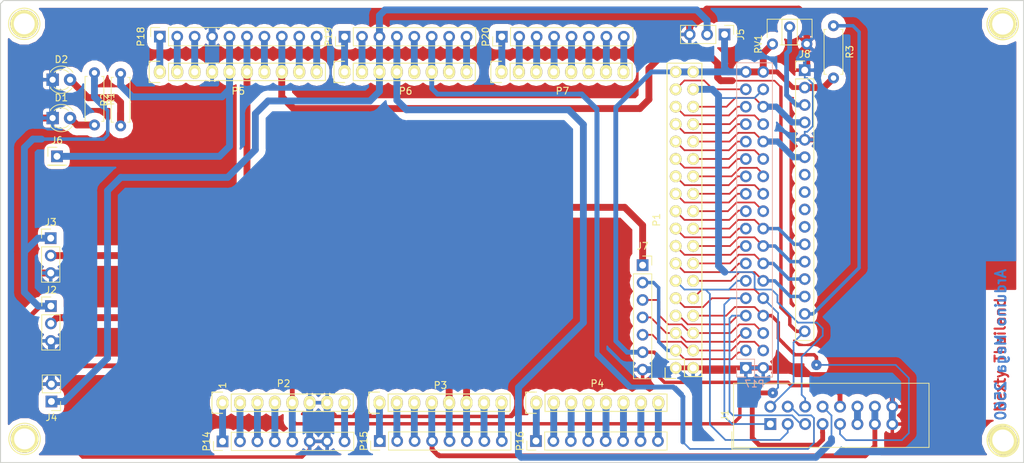
<source format=kicad_pcb>
(kicad_pcb (version 20171130) (host pcbnew "(5.0.1)-3")
  (title_block (date "mar. 31 mars 2015"))
  (layers (0 F.Cu signal hide) (31 B.Cu signal) (34 B.Paste user hide) (35 F.Paste user) (36 B.SilkS user hide) (37 F.SilkS user hide) (38 B.Mask user hide) (39 F.Mask user hide) (44 Edge.Cuts user))
  (net 0 "")
  (net 1 GND)
  (net 2 "/52(SCK)")
  (net 3 "/53(SS)")
  (net 4 "/50(MISO)")
  (net 5 "/51(MOSI)")
  (net 6 /48)
  (net 7 /49)
  (net 8 /46)
  (net 9 /47)
  (net 10 /44)
  (net 11 /45)
  (net 12 /42)
  (net 13 /43)
  (net 14 /40)
  (net 15 /41)
  (net 16 /38)
  (net 17 /39)
  (net 18 /36)
  (net 19 /37)
  (net 20 /34)
  (net 21 /35)
  (net 22 /32)
  (net 23 /33)
  (net 24 /30)
  (net 25 /31)
  (net 26 /28)
  (net 27 /29)
  (net 28 /26)
  (net 29 /27)
  (net 30 /24)
  (net 31 /25)
  (net 32 /22)
  (net 33 /23)
  (net 34 +5V)
  (net 35 /IOREF)
  (net 36 /Reset)
  (net 37 /Vin)
  (net 38 /A0)
  (net 39 /A1)
  (net 40 /A2)
  (net 41 /A3)
  (net 42 /A4)
  (net 43 /A5)
  (net 44 /A6)
  (net 45 /A7)
  (net 46 /A8)
  (net 47 /A9)
  (net 48 /A10)
  (net 49 /A11)
  (net 50 /A12)
  (net 51 /A13)
  (net 52 /A14)
  (net 53 /A15)
  (net 54 /SCL)
  (net 55 /SDA)
  (net 56 /AREF)
  (net 57 "/13(**)")
  (net 58 "/12(**)")
  (net 59 "/11(**)")
  (net 60 "/10(**)")
  (net 61 "/9(**)")
  (net 62 "/8(**)")
  (net 63 "/7(**)")
  (net 64 "/6(**)")
  (net 65 "/5(**)")
  (net 66 "/4(**)")
  (net 67 "/3(**)")
  (net 68 "/2(**)")
  (net 69 "/20(SDA)")
  (net 70 "/21(SCL)")
  (net 71 +3V3)
  (net 72 "/1(Tx0)")
  (net 73 "/0(Rx0)")
  (net 74 "/14(Tx3)")
  (net 75 "/15(Rx3)")
  (net 76 "/16(Tx2)")
  (net 77 "/17(Rx2)")
  (net 78 "/18(Tx1)")
  (net 79 "/19(Rx1)")
  (net 80 "Net-(D1-Pad2)")
  (net 81 "Net-(D2-Pad2)")
  (net 82 "Net-(J1-Pad11)")
  (net 83 "Net-(J8-Pad3)")
  (net 84 "Net-(J8-Pad15)")
  (module Socket_Arduino_Mega:Socket_Strip_Arduino_2x18 (layer F.Cu) (at 197.358 114.046 90)
    (fp_text reference P1 (at 21.59 -2.794 90) (layer F.SilkS))
    (fp_text value Digital)
    (pad 1 thru_hole circle (at 0 0 90) (size 1.7272 1.7272) (drill 1.016) (layers *.Cu *.Mask F.SilkS) (net 1 GND))
    (pad 2 thru_hole oval (at 0 2.54 90) (size 1.7272 1.7272) (drill 1.016) (layers *.Cu *.Mask F.SilkS) (net 1 GND))
    (pad 3 thru_hole oval (at 2.54 0 90) (size 1.7272 1.7272) (drill 1.016) (layers *.Cu *.Mask F.SilkS) (net 2 "/52(SCK)"))
    (pad 4 thru_hole oval (at 2.54 2.54 90) (size 1.7272 1.7272) (drill 1.016) (layers *.Cu *.Mask F.SilkS) (net 3 "/53(SS)"))
    (pad 5 thru_hole oval (at 5.08 0 90) (size 1.7272 1.7272) (drill 1.016) (layers *.Cu *.Mask F.SilkS) (net 4 "/50(MISO)"))
    (pad 6 thru_hole oval (at 5.08 2.54 90) (size 1.7272 1.7272) (drill 1.016) (layers *.Cu *.Mask F.SilkS) (net 5 "/51(MOSI)"))
    (pad 7 thru_hole oval (at 7.62 0 90) (size 1.7272 1.7272) (drill 1.016) (layers *.Cu *.Mask F.SilkS) (net 6 /48))
    (pad 8 thru_hole oval (at 7.62 2.54 90) (size 1.7272 1.7272) (drill 1.016) (layers *.Cu *.Mask F.SilkS) (net 7 /49))
    (pad 9 thru_hole oval (at 10.16 0 90) (size 1.7272 1.7272) (drill 1.016) (layers *.Cu *.Mask F.SilkS) (net 8 /46))
    (pad 10 thru_hole oval (at 10.16 2.54 90) (size 1.7272 1.7272) (drill 1.016) (layers *.Cu *.Mask F.SilkS) (net 9 /47))
    (pad 11 thru_hole oval (at 12.7 0 90) (size 1.7272 1.7272) (drill 1.016) (layers *.Cu *.Mask F.SilkS) (net 10 /44))
    (pad 12 thru_hole oval (at 12.7 2.54 90) (size 1.7272 1.7272) (drill 1.016) (layers *.Cu *.Mask F.SilkS) (net 11 /45))
    (pad 13 thru_hole oval (at 15.24 0 90) (size 1.7272 1.7272) (drill 1.016) (layers *.Cu *.Mask F.SilkS) (net 12 /42))
    (pad 14 thru_hole oval (at 15.24 2.54 90) (size 1.7272 1.7272) (drill 1.016) (layers *.Cu *.Mask F.SilkS) (net 13 /43))
    (pad 15 thru_hole oval (at 17.78 0 90) (size 1.7272 1.7272) (drill 1.016) (layers *.Cu *.Mask F.SilkS) (net 14 /40))
    (pad 16 thru_hole oval (at 17.78 2.54 90) (size 1.7272 1.7272) (drill 1.016) (layers *.Cu *.Mask F.SilkS) (net 15 /41))
    (pad 17 thru_hole oval (at 20.32 0 90) (size 1.7272 1.7272) (drill 1.016) (layers *.Cu *.Mask F.SilkS) (net 16 /38))
    (pad 18 thru_hole oval (at 20.32 2.54 90) (size 1.7272 1.7272) (drill 1.016) (layers *.Cu *.Mask F.SilkS) (net 17 /39))
    (pad 19 thru_hole oval (at 22.86 0 90) (size 1.7272 1.7272) (drill 1.016) (layers *.Cu *.Mask F.SilkS) (net 18 /36))
    (pad 20 thru_hole oval (at 22.86 2.54 90) (size 1.7272 1.7272) (drill 1.016) (layers *.Cu *.Mask F.SilkS) (net 19 /37))
    (pad 21 thru_hole oval (at 25.4 0 90) (size 1.7272 1.7272) (drill 1.016) (layers *.Cu *.Mask F.SilkS) (net 20 /34))
    (pad 22 thru_hole oval (at 25.4 2.54 90) (size 1.7272 1.7272) (drill 1.016) (layers *.Cu *.Mask F.SilkS) (net 21 /35))
    (pad 23 thru_hole oval (at 27.94 0 90) (size 1.7272 1.7272) (drill 1.016) (layers *.Cu *.Mask F.SilkS) (net 22 /32))
    (pad 24 thru_hole oval (at 27.94 2.54 90) (size 1.7272 1.7272) (drill 1.016) (layers *.Cu *.Mask F.SilkS) (net 23 /33))
    (pad 25 thru_hole oval (at 30.48 0 90) (size 1.7272 1.7272) (drill 1.016) (layers *.Cu *.Mask F.SilkS) (net 24 /30))
    (pad 26 thru_hole oval (at 30.48 2.54 90) (size 1.7272 1.7272) (drill 1.016) (layers *.Cu *.Mask F.SilkS) (net 25 /31))
    (pad 27 thru_hole oval (at 33.02 0 90) (size 1.7272 1.7272) (drill 1.016) (layers *.Cu *.Mask F.SilkS) (net 26 /28))
    (pad 28 thru_hole oval (at 33.02 2.54 90) (size 1.7272 1.7272) (drill 1.016) (layers *.Cu *.Mask F.SilkS) (net 27 /29))
    (pad 29 thru_hole oval (at 35.56 0 90) (size 1.7272 1.7272) (drill 1.016) (layers *.Cu *.Mask F.SilkS) (net 28 /26))
    (pad 30 thru_hole oval (at 35.56 2.54 90) (size 1.7272 1.7272) (drill 1.016) (layers *.Cu *.Mask F.SilkS) (net 29 /27))
    (pad 31 thru_hole oval (at 38.1 0 90) (size 1.7272 1.7272) (drill 1.016) (layers *.Cu *.Mask F.SilkS) (net 30 /24))
    (pad 32 thru_hole oval (at 38.1 2.54 90) (size 1.7272 1.7272) (drill 1.016) (layers *.Cu *.Mask F.SilkS) (net 31 /25))
    (pad 33 thru_hole oval (at 40.64 0 90) (size 1.7272 1.7272) (drill 1.016) (layers *.Cu *.Mask F.SilkS) (net 32 /22))
    (pad 34 thru_hole oval (at 40.64 2.54 90) (size 1.7272 1.7272) (drill 1.016) (layers *.Cu *.Mask F.SilkS) (net 33 /23))
    (pad 35 thru_hole oval (at 43.18 0 90) (size 1.7272 1.7272) (drill 1.016) (layers *.Cu *.Mask F.SilkS) (net 34 +5V))
    (pad 36 thru_hole oval (at 43.18 2.54 90) (size 1.7272 1.7272) (drill 1.016) (layers *.Cu *.Mask F.SilkS) (net 34 +5V))
  )
  (module Socket_Arduino_Mega:Socket_Strip_Arduino_1x08 (layer F.Cu) (at 131.318 119.126)
    (fp_text reference P2 (at 8.89 -2.794) (layer F.SilkS))
    (fp_text value Power)
    (pad 1 thru_hole oval (at 0 0) (size 1.7272 2.032) (drill 1.016) (layers *.Cu *.Mask F.SilkS))
    (pad 2 thru_hole oval (at 2.54 0) (size 1.7272 2.032) (drill 1.016) (layers *.Cu *.Mask F.SilkS) (net 35 /IOREF))
    (pad 3 thru_hole oval (at 5.08 0) (size 1.7272 2.032) (drill 1.016) (layers *.Cu *.Mask F.SilkS) (net 36 /Reset))
    (pad 4 thru_hole oval (at 7.62 0) (size 1.7272 2.032) (drill 1.016) (layers *.Cu *.Mask F.SilkS) (net 71 +3V3))
    (pad 5 thru_hole oval (at 10.16 0) (size 1.7272 2.032) (drill 1.016) (layers *.Cu *.Mask F.SilkS) (net 34 +5V))
    (pad 6 thru_hole oval (at 12.7 0) (size 1.7272 2.032) (drill 1.016) (layers *.Cu *.Mask F.SilkS) (net 1 GND))
    (pad 7 thru_hole oval (at 15.24 0) (size 1.7272 2.032) (drill 1.016) (layers *.Cu *.Mask F.SilkS) (net 1 GND))
    (pad 8 thru_hole oval (at 17.78 0) (size 1.7272 2.032) (drill 1.016) (layers *.Cu *.Mask F.SilkS) (net 37 /Vin))
  )
  (module Socket_Arduino_Mega:Socket_Strip_Arduino_1x08 (layer F.Cu) (at 154.178 119.126)
    (fp_text reference P3 (at 8.89 -2.54) (layer F.SilkS))
    (fp_text value Analog)
    (pad 1 thru_hole oval (at 0 0) (size 1.7272 2.032) (drill 1.016) (layers *.Cu *.Mask F.SilkS) (net 38 /A0))
    (pad 2 thru_hole oval (at 2.54 0) (size 1.7272 2.032) (drill 1.016) (layers *.Cu *.Mask F.SilkS) (net 39 /A1))
    (pad 3 thru_hole oval (at 5.08 0) (size 1.7272 2.032) (drill 1.016) (layers *.Cu *.Mask F.SilkS) (net 40 /A2))
    (pad 4 thru_hole oval (at 7.62 0) (size 1.7272 2.032) (drill 1.016) (layers *.Cu *.Mask F.SilkS) (net 41 /A3))
    (pad 5 thru_hole oval (at 10.16 0) (size 1.7272 2.032) (drill 1.016) (layers *.Cu *.Mask F.SilkS) (net 42 /A4))
    (pad 6 thru_hole oval (at 12.7 0) (size 1.7272 2.032) (drill 1.016) (layers *.Cu *.Mask F.SilkS) (net 43 /A5))
    (pad 7 thru_hole oval (at 15.24 0) (size 1.7272 2.032) (drill 1.016) (layers *.Cu *.Mask F.SilkS) (net 44 /A6))
    (pad 8 thru_hole oval (at 17.78 0) (size 1.7272 2.032) (drill 1.016) (layers *.Cu *.Mask F.SilkS) (net 45 /A7))
  )
  (module Socket_Arduino_Mega:Socket_Strip_Arduino_1x08 (layer F.Cu) (at 177.038 119.126)
    (fp_text reference P4 (at 8.89 -2.794) (layer F.SilkS))
    (fp_text value Analog)
    (pad 1 thru_hole oval (at 0 0) (size 1.7272 2.032) (drill 1.016) (layers *.Cu *.Mask F.SilkS) (net 46 /A8))
    (pad 2 thru_hole oval (at 2.54 0) (size 1.7272 2.032) (drill 1.016) (layers *.Cu *.Mask F.SilkS) (net 47 /A9))
    (pad 3 thru_hole oval (at 5.08 0) (size 1.7272 2.032) (drill 1.016) (layers *.Cu *.Mask F.SilkS) (net 48 /A10))
    (pad 4 thru_hole oval (at 7.62 0) (size 1.7272 2.032) (drill 1.016) (layers *.Cu *.Mask F.SilkS) (net 49 /A11))
    (pad 5 thru_hole oval (at 10.16 0) (size 1.7272 2.032) (drill 1.016) (layers *.Cu *.Mask F.SilkS) (net 50 /A12))
    (pad 6 thru_hole oval (at 12.7 0) (size 1.7272 2.032) (drill 1.016) (layers *.Cu *.Mask F.SilkS) (net 51 /A13))
    (pad 7 thru_hole oval (at 15.24 0) (size 1.7272 2.032) (drill 1.016) (layers *.Cu *.Mask F.SilkS) (net 52 /A14))
    (pad 8 thru_hole oval (at 17.78 0) (size 1.7272 2.032) (drill 1.016) (layers *.Cu *.Mask F.SilkS) (net 53 /A15))
  )
  (module Socket_Arduino_Mega:Socket_Strip_Arduino_1x10 (layer F.Cu) (at 122.174 70.866)
    (fp_text reference P5 (at 11.43 2.794) (layer F.SilkS))
    (fp_text value PWM)
    (pad 1 thru_hole oval (at 0 0) (size 1.7272 2.032) (drill 1.016) (layers *.Cu *.Mask F.SilkS) (net 54 /SCL))
    (pad 2 thru_hole oval (at 2.54 0) (size 1.7272 2.032) (drill 1.016) (layers *.Cu *.Mask F.SilkS) (net 55 /SDA))
    (pad 3 thru_hole oval (at 5.08 0) (size 1.7272 2.032) (drill 1.016) (layers *.Cu *.Mask F.SilkS) (net 56 /AREF))
    (pad 4 thru_hole oval (at 7.62 0) (size 1.7272 2.032) (drill 1.016) (layers *.Cu *.Mask F.SilkS) (net 1 GND))
    (pad 5 thru_hole oval (at 10.16 0) (size 1.7272 2.032) (drill 1.016) (layers *.Cu *.Mask F.SilkS) (net 57 "/13(**)"))
    (pad 6 thru_hole oval (at 12.7 0) (size 1.7272 2.032) (drill 1.016) (layers *.Cu *.Mask F.SilkS) (net 58 "/12(**)"))
    (pad 7 thru_hole oval (at 15.24 0) (size 1.7272 2.032) (drill 1.016) (layers *.Cu *.Mask F.SilkS) (net 59 "/11(**)"))
    (pad 8 thru_hole oval (at 17.78 0) (size 1.7272 2.032) (drill 1.016) (layers *.Cu *.Mask F.SilkS) (net 60 "/10(**)"))
    (pad 9 thru_hole oval (at 20.32 0) (size 1.7272 2.032) (drill 1.016) (layers *.Cu *.Mask F.SilkS) (net 61 "/9(**)"))
    (pad 10 thru_hole oval (at 22.86 0) (size 1.7272 2.032) (drill 1.016) (layers *.Cu *.Mask F.SilkS) (net 62 "/8(**)"))
  )
  (module Socket_Arduino_Mega:Socket_Strip_Arduino_1x08 (layer F.Cu) (at 149.098 70.866)
    (fp_text reference P6 (at 8.89 2.794) (layer F.SilkS))
    (fp_text value PWM)
    (pad 1 thru_hole oval (at 0 0) (size 1.7272 2.032) (drill 1.016) (layers *.Cu *.Mask F.SilkS) (net 63 "/7(**)"))
    (pad 2 thru_hole oval (at 2.54 0) (size 1.7272 2.032) (drill 1.016) (layers *.Cu *.Mask F.SilkS) (net 64 "/6(**)"))
    (pad 3 thru_hole oval (at 5.08 0) (size 1.7272 2.032) (drill 1.016) (layers *.Cu *.Mask F.SilkS) (net 65 "/5(**)"))
    (pad 4 thru_hole oval (at 7.62 0) (size 1.7272 2.032) (drill 1.016) (layers *.Cu *.Mask F.SilkS) (net 66 "/4(**)"))
    (pad 5 thru_hole oval (at 10.16 0) (size 1.7272 2.032) (drill 1.016) (layers *.Cu *.Mask F.SilkS) (net 67 "/3(**)"))
    (pad 6 thru_hole oval (at 12.7 0) (size 1.7272 2.032) (drill 1.016) (layers *.Cu *.Mask F.SilkS) (net 68 "/2(**)"))
    (pad 7 thru_hole oval (at 15.24 0) (size 1.7272 2.032) (drill 1.016) (layers *.Cu *.Mask F.SilkS) (net 72 "/1(Tx0)"))
    (pad 8 thru_hole oval (at 17.78 0) (size 1.7272 2.032) (drill 1.016) (layers *.Cu *.Mask F.SilkS) (net 73 "/0(Rx0)"))
  )
  (module Socket_Arduino_Mega:Socket_Strip_Arduino_1x08 (layer F.Cu) (at 171.958 70.866)
    (fp_text reference P7 (at 8.89 2.794) (layer F.SilkS))
    (fp_text value Communication)
    (pad 1 thru_hole oval (at 0 0) (size 1.7272 2.032) (drill 1.016) (layers *.Cu *.Mask F.SilkS) (net 74 "/14(Tx3)"))
    (pad 2 thru_hole oval (at 2.54 0) (size 1.7272 2.032) (drill 1.016) (layers *.Cu *.Mask F.SilkS) (net 75 "/15(Rx3)"))
    (pad 3 thru_hole oval (at 5.08 0) (size 1.7272 2.032) (drill 1.016) (layers *.Cu *.Mask F.SilkS) (net 76 "/16(Tx2)"))
    (pad 4 thru_hole oval (at 7.62 0) (size 1.7272 2.032) (drill 1.016) (layers *.Cu *.Mask F.SilkS) (net 77 "/17(Rx2)"))
    (pad 5 thru_hole oval (at 10.16 0) (size 1.7272 2.032) (drill 1.016) (layers *.Cu *.Mask F.SilkS) (net 78 "/18(Tx1)"))
    (pad 6 thru_hole oval (at 12.7 0) (size 1.7272 2.032) (drill 1.016) (layers *.Cu *.Mask F.SilkS) (net 79 "/19(Rx1)"))
    (pad 7 thru_hole oval (at 15.24 0) (size 1.7272 2.032) (drill 1.016) (layers *.Cu *.Mask F.SilkS) (net 69 "/20(SDA)"))
    (pad 8 thru_hole oval (at 17.78 0) (size 1.7272 2.032) (drill 1.016) (layers *.Cu *.Mask F.SilkS) (net 70 "/21(SCL)"))
  )
  (module Socket_Arduino_Mega:Arduino_1pin (layer F.Cu) (at 102.464 124.409)
    (fp_text reference P8 hide)
    (fp_text value CONN_01X01 hide)
    (pad 1 thru_hole circle (at 0 0) (size 4.064 4.064) (drill 3.048) (layers *.Cu *.Mask F.SilkS))
  )
  (module Socket_Arduino_Mega:Arduino_1pin (layer F.Cu) (at 245.008 124.562)
    (fp_text reference P9 hide)
    (fp_text value CONN_01X01 hide)
    (pad 1 thru_hole circle (at 0 0) (size 4.064 4.064) (drill 3.048) (layers *.Cu *.Mask F.SilkS))
  )
  (module Socket_Arduino_Mega:Arduino_1pin (layer F.Cu) (at 245.11 124.714 270)
    (fp_text reference P10 hide)
    (fp_text value CONN_01X01 hide)
    (pad 1 thru_hole circle (at 0 0 270) (size 4.064 4.064) (drill 3.048) (layers *.Cu *.Mask F.SilkS))
  )
  (module Socket_Arduino_Mega:Arduino_1pin (layer F.Cu) (at 102.413 63.8556)
    (fp_text reference P11 hide)
    (fp_text value CONN_01X01 hide)
    (pad 1 thru_hole circle (at 0 0) (size 4.064 4.064) (drill 3.048) (layers *.Cu *.Mask F.SilkS))
  )
  (module Socket_Arduino_Mega:Arduino_1pin (layer F.Cu) (at 245.008 63.8556)
    (fp_text reference P12 hide)
    (fp_text value CONN_01X01 hide)
    (pad 1 thru_hole circle (at 0 0) (size 4.064 4.064) (drill 3.048) (layers *.Cu *.Mask F.SilkS))
  )
  (module Socket_Arduino_Mega:Arduino_1pin (layer F.Cu) (at 245.008 63.9064)
    (fp_text reference P13 hide)
    (fp_text value CONN_01X01 hide)
    (pad 1 thru_hole circle (at 0 0) (size 4.064 4.064) (drill 3.048) (layers *.Cu *.Mask F.SilkS))
  )
  (module LED_THT:LED_D3.0mm (layer F.Cu) (at 106.553 77.597)
    (fp_text reference D1 (at 1.27 -2.96) (layer F.SilkS))
    (fp_text value LED)
    (pad 1 thru_hole rect (at 0 0) (size 1.8 1.8) (drill 0.9) (layers *.Cu *.Mask) (net 1 GND))
    (pad 2 thru_hole circle (at 2.54 0) (size 1.8 1.8) (drill 0.9) (layers *.Cu *.Mask) (net 80 "Net-(D1-Pad2)"))
  )
  (module LED_THT:LED_D3.0mm (layer F.Cu) (at 106.553 72.009)
    (fp_text reference D2 (at 1.27 -2.96) (layer F.SilkS))
    (fp_text value LED)
    (pad 2 thru_hole circle (at 2.54 0) (size 1.8 1.8) (drill 0.9) (layers *.Cu *.Mask) (net 81 "Net-(D2-Pad2)"))
    (pad 1 thru_hole rect (at 0 0) (size 1.8 1.8) (drill 0.9) (layers *.Cu *.Mask) (net 1 GND))
  )
  (module Connector_IDC:IDC-Header_2x08_P2.54mm_Vertical (layer F.Cu) (at 211.138 122.238 90)
    (fp_text reference J1 (at 1.27 -6.604 90) (layer F.SilkS))
    (fp_text value Conn_02x08_Odd_Even)
    (pad 1 thru_hole rect (at 0 0 90) (size 1.7272 1.7272) (drill 1.016) (layers *.Cu *.Mask) (net 8 /46))
    (pad 2 thru_hole oval (at 2.54 0 90) (size 1.7272 1.7272) (drill 1.016) (layers *.Cu *.Mask) (net 60 "/10(**)"))
    (pad 3 thru_hole oval (at 0 2.54 90) (size 1.7272 1.7272) (drill 1.016) (layers *.Cu *.Mask) (net 10 /44))
    (pad 4 thru_hole oval (at 2.54 2.54 90) (size 1.7272 1.7272) (drill 1.016) (layers *.Cu *.Mask) (net 68 "/2(**)"))
    (pad 5 thru_hole oval (at 0 5.08 90) (size 1.7272 1.7272) (drill 1.016) (layers *.Cu *.Mask) (net 6 /48))
    (pad 6 thru_hole oval (at 2.54 5.08 90) (size 1.7272 1.7272) (drill 1.016) (layers *.Cu *.Mask) (net 33 /23))
    (pad 7 thru_hole oval (at 0 7.62 90) (size 1.7272 1.7272) (drill 1.016) (layers *.Cu *.Mask) (net 9 /47))
    (pad 8 thru_hole oval (at 2.54 7.62 90) (size 1.7272 1.7272) (drill 1.016) (layers *.Cu *.Mask) (net 66 "/4(**)"))
    (pad 9 thru_hole oval (at 0 10.16 90) (size 1.7272 1.7272) (drill 1.016) (layers *.Cu *.Mask) (net 7 /49))
    (pad 10 thru_hole oval (at 2.54 10.16 90) (size 1.7272 1.7272) (drill 1.016) (layers *.Cu *.Mask) (net 34 +5V))
    (pad 11 thru_hole oval (at 0 12.7 90) (size 1.7272 1.7272) (drill 1.016) (layers *.Cu *.Mask) (net 82 "Net-(J1-Pad11)"))
    (pad 12 thru_hole oval (at 2.54 12.7 90) (size 1.7272 1.7272) (drill 1.016) (layers *.Cu *.Mask) (net 82 "Net-(J1-Pad11)"))
    (pad 13 thru_hole oval (at 0 15.24 90) (size 1.7272 1.7272) (drill 1.016) (layers *.Cu *.Mask) (net 41 /A3))
    (pad 14 thru_hole oval (at 2.54 15.24 90) (size 1.7272 1.7272) (drill 1.016) (layers *.Cu *.Mask) (net 41 /A3))
    (pad 15 thru_hole oval (at 0 17.78 90) (size 1.7272 1.7272) (drill 1.016) (layers *.Cu *.Mask) (net 1 GND))
    (pad 16 thru_hole oval (at 2.54 17.78 90) (size 1.7272 1.7272) (drill 1.016) (layers *.Cu *.Mask) (net 1 GND))
  )
  (module Connector_PinHeader_2.54mm:PinHeader_1x03_P2.54mm_Vertical (layer F.Cu) (at 106.299 105.029)
    (fp_text reference J2 (at 0 -2.33) (layer F.SilkS))
    (fp_text value Conn_01x03)
    (pad 1 thru_hole rect (at 0 0) (size 1.7 1.7) (drill 1) (layers *.Cu *.Mask) (net 34 +5V))
    (pad 2 thru_hole oval (at 0 2.54) (size 1.7 1.7) (drill 1) (layers *.Cu *.Mask) (net 42 /A4))
    (pad 3 thru_hole oval (at 0 5.08) (size 1.7 1.7) (drill 1) (layers *.Cu *.Mask) (net 1 GND))
  )
  (module Connector_PinHeader_2.54mm:PinHeader_1x03_P2.54mm_Vertical (layer F.Cu) (at 106.274 95.123)
    (fp_text reference J3 (at 0 -2.33) (layer F.SilkS))
    (fp_text value Conn_01x03)
    (pad 3 thru_hole oval (at 0 5.08) (size 1.7 1.7) (drill 1) (layers *.Cu *.Mask) (net 1 GND))
    (pad 2 thru_hole oval (at 0 2.54) (size 1.7 1.7) (drill 1) (layers *.Cu *.Mask) (net 43 /A5))
    (pad 1 thru_hole rect (at 0 0) (size 1.7 1.7) (drill 1) (layers *.Cu *.Mask) (net 34 +5V))
  )
  (module Connector_PinHeader_2.54mm:PinHeader_1x02_P2.54mm_Vertical (layer F.Cu) (at 106.375 118.948 180)
    (fp_text reference J4 (at 0 -2.33 180) (layer F.SilkS))
    (fp_text value Conn_01x02)
    (pad 1 thru_hole rect (at 0 0 180) (size 1.7 1.7) (drill 1) (layers *.Cu *.Mask) (net 65 "/5(**)"))
    (pad 2 thru_hole oval (at 0 2.54 180) (size 1.7 1.7) (drill 1) (layers *.Cu *.Mask) (net 1 GND))
  )
  (module Connector_PinHeader_2.54mm:PinHeader_1x03_P2.54mm_Vertical (layer F.Cu) (at 204.47 65.405 270)
    (fp_text reference J5 (at 0 -2.33 270) (layer F.SilkS))
    (fp_text value Conn_01x03)
    (pad 1 thru_hole rect (at 0 0 270) (size 1.7 1.7) (drill 1) (layers *.Cu *.Mask) (net 34 +5V))
    (pad 2 thru_hole oval (at 0 2.54 270) (size 1.7 1.7) (drill 1) (layers *.Cu *.Mask) (net 65 "/5(**)"))
    (pad 3 thru_hole oval (at 0 5.08 270) (size 1.7 1.7) (drill 1) (layers *.Cu *.Mask) (net 1 GND))
  )
  (module Connector_PinHeader_2.54mm:PinHeader_1x01_P2.54mm_Vertical (layer F.Cu) (at 107.188 83.185)
    (fp_text reference J6 (at 0 -2.33) (layer F.SilkS))
    (fp_text value Conn_01x01)
    (pad 1 thru_hole rect (at 0 0) (size 1.7 1.7) (drill 1) (layers *.Cu *.Mask) (net 57 "/13(**)"))
  )
  (module Connector_PinSocket_2.54mm:PinSocket_1x07_P2.54mm_Vertical (layer F.Cu) (at 192.532 99.06)
    (fp_text reference J7 (at 0 -2.77) (layer F.SilkS))
    (fp_text value Conn_01x07)
    (pad 1 thru_hole rect (at 0 0) (size 1.7 1.7) (drill 1) (layers *.Cu *.Mask) (net 58 "/12(**)"))
    (pad 2 thru_hole oval (at 0 2.54) (size 1.7 1.7) (drill 1) (layers *.Cu *.Mask) (net 2 "/52(SCK)"))
    (pad 3 thru_hole oval (at 0 5.08) (size 1.7 1.7) (drill 1) (layers *.Cu *.Mask) (net 5 "/51(MOSI)"))
    (pad 4 thru_hole oval (at 0 7.62) (size 1.7 1.7) (drill 1) (layers *.Cu *.Mask) (net 4 "/50(MISO)"))
    (pad 5 thru_hole oval (at 0 10.16) (size 1.7 1.7) (drill 1) (layers *.Cu *.Mask) (net 3 "/53(SS)"))
    (pad 6 thru_hole oval (at 0 12.7) (size 1.7 1.7) (drill 1) (layers *.Cu *.Mask) (net 34 +5V))
    (pad 7 thru_hole oval (at 0 15.24) (size 1.7 1.7) (drill 1) (layers *.Cu *.Mask) (net 1 GND))
  )
  (module Connector_PinHeader_2.54mm:PinHeader_1x16_P2.54mm_Vertical (layer F.Cu) (at 216.154 70.612)
    (fp_text reference J8 (at 0 -2.33) (layer F.SilkS))
    (fp_text value Conn_01x16)
    (pad 1 thru_hole rect (at 0 0) (size 1.7 1.7) (drill 1) (layers *.Cu *.Mask) (net 1 GND))
    (pad 2 thru_hole oval (at 0 2.54) (size 1.7 1.7) (drill 1) (layers *.Cu *.Mask) (net 34 +5V))
    (pad 3 thru_hole oval (at 0 5.08) (size 1.7 1.7) (drill 1) (layers *.Cu *.Mask) (net 83 "Net-(J8-Pad3)"))
    (pad 4 thru_hole oval (at 0 7.62) (size 1.7 1.7) (drill 1) (layers *.Cu *.Mask) (net 31 /25))
    (pad 5 thru_hole oval (at 0 10.16) (size 1.7 1.7) (drill 1) (layers *.Cu *.Mask) (net 1 GND))
    (pad 6 thru_hole oval (at 0 12.7) (size 1.7 1.7) (drill 1) (layers *.Cu *.Mask) (net 27 /29))
    (pad 7 thru_hole oval (at 0 15.24) (size 1.7 1.7) (drill 1) (layers *.Cu *.Mask))
    (pad 8 thru_hole oval (at 0 17.78) (size 1.7 1.7) (drill 1) (layers *.Cu *.Mask))
    (pad 9 thru_hole oval (at 0 20.32) (size 1.7 1.7) (drill 1) (layers *.Cu *.Mask))
    (pad 10 thru_hole oval (at 0 22.86) (size 1.7 1.7) (drill 1) (layers *.Cu *.Mask))
    (pad 11 thru_hole oval (at 0 25.4) (size 1.7 1.7) (drill 1) (layers *.Cu *.Mask) (net 17 /39))
    (pad 12 thru_hole oval (at 0 27.94) (size 1.7 1.7) (drill 1) (layers *.Cu *.Mask) (net 15 /41))
    (pad 13 thru_hole oval (at 0 30.48) (size 1.7 1.7) (drill 1) (layers *.Cu *.Mask) (net 13 /43))
    (pad 14 thru_hole oval (at 0 33.02) (size 1.7 1.7) (drill 1) (layers *.Cu *.Mask) (net 11 /45))
    (pad 15 thru_hole oval (at 0 35.56) (size 1.7 1.7) (drill 1) (layers *.Cu *.Mask) (net 84 "Net-(J8-Pad15)"))
    (pad 16 thru_hole oval (at 0 38.1) (size 1.7 1.7) (drill 1) (layers *.Cu *.Mask) (net 60 "/10(**)"))
  )
  (module Connector_PinHeader_2.54mm:PinHeader_1x08_P2.54mm_Vertical (layer F.Cu) (at 131.318 124.765 90)
    (fp_text reference P14 (at 0 -2.33 90) (layer F.SilkS))
    (fp_text value Power)
    (pad 1 thru_hole rect (at 0 0 90) (size 1.7 1.7) (drill 1) (layers *.Cu *.Mask))
    (pad 2 thru_hole oval (at 0 2.54 90) (size 1.7 1.7) (drill 1) (layers *.Cu *.Mask) (net 35 /IOREF))
    (pad 3 thru_hole oval (at 0 5.08 90) (size 1.7 1.7) (drill 1) (layers *.Cu *.Mask) (net 36 /Reset))
    (pad 4 thru_hole oval (at 0 7.62 90) (size 1.7 1.7) (drill 1) (layers *.Cu *.Mask) (net 71 +3V3))
    (pad 5 thru_hole oval (at 0 10.16 90) (size 1.7 1.7) (drill 1) (layers *.Cu *.Mask) (net 34 +5V))
    (pad 6 thru_hole oval (at 0 12.7 90) (size 1.7 1.7) (drill 1) (layers *.Cu *.Mask) (net 1 GND))
    (pad 7 thru_hole oval (at 0 15.24 90) (size 1.7 1.7) (drill 1) (layers *.Cu *.Mask) (net 1 GND))
    (pad 8 thru_hole oval (at 0 17.78 90) (size 1.7 1.7) (drill 1) (layers *.Cu *.Mask) (net 37 /Vin))
  )
  (module Connector_PinHeader_2.54mm:PinHeader_1x08_P2.54mm_Vertical (layer F.Cu) (at 154.229 124.714 90)
    (fp_text reference P15 (at 0 -2.33 90) (layer F.SilkS))
    (fp_text value Analog)
    (pad 8 thru_hole oval (at 0 17.78 90) (size 1.7 1.7) (drill 1) (layers *.Cu *.Mask) (net 45 /A7))
    (pad 7 thru_hole oval (at 0 15.24 90) (size 1.7 1.7) (drill 1) (layers *.Cu *.Mask) (net 44 /A6))
    (pad 6 thru_hole oval (at 0 12.7 90) (size 1.7 1.7) (drill 1) (layers *.Cu *.Mask) (net 43 /A5))
    (pad 5 thru_hole oval (at 0 10.16 90) (size 1.7 1.7) (drill 1) (layers *.Cu *.Mask) (net 42 /A4))
    (pad 4 thru_hole oval (at 0 7.62 90) (size 1.7 1.7) (drill 1) (layers *.Cu *.Mask) (net 41 /A3))
    (pad 3 thru_hole oval (at 0 5.08 90) (size 1.7 1.7) (drill 1) (layers *.Cu *.Mask) (net 40 /A2))
    (pad 2 thru_hole oval (at 0 2.54 90) (size 1.7 1.7) (drill 1) (layers *.Cu *.Mask) (net 39 /A1))
    (pad 1 thru_hole rect (at 0 0 90) (size 1.7 1.7) (drill 1) (layers *.Cu *.Mask) (net 38 /A0))
  )
  (module Connector_PinHeader_2.54mm:PinHeader_1x08_P2.54mm_Vertical (layer F.Cu) (at 176.987 124.714 90)
    (fp_text reference P16 (at 0 -2.33 90) (layer F.SilkS))
    (fp_text value Analog)
    (pad 8 thru_hole oval (at 0 17.78 90) (size 1.7 1.7) (drill 1) (layers *.Cu *.Mask) (net 53 /A15))
    (pad 7 thru_hole oval (at 0 15.24 90) (size 1.7 1.7) (drill 1) (layers *.Cu *.Mask) (net 52 /A14))
    (pad 6 thru_hole oval (at 0 12.7 90) (size 1.7 1.7) (drill 1) (layers *.Cu *.Mask) (net 51 /A13))
    (pad 5 thru_hole oval (at 0 10.16 90) (size 1.7 1.7) (drill 1) (layers *.Cu *.Mask) (net 50 /A12))
    (pad 4 thru_hole oval (at 0 7.62 90) (size 1.7 1.7) (drill 1) (layers *.Cu *.Mask) (net 49 /A11))
    (pad 3 thru_hole oval (at 0 5.08 90) (size 1.7 1.7) (drill 1) (layers *.Cu *.Mask) (net 48 /A10))
    (pad 2 thru_hole oval (at 0 2.54 90) (size 1.7 1.7) (drill 1) (layers *.Cu *.Mask) (net 47 /A9))
    (pad 1 thru_hole rect (at 0 0 90) (size 1.7 1.7) (drill 1) (layers *.Cu *.Mask) (net 46 /A8))
  )
  (module Connector_PinHeader_2.54mm:PinHeader_2x18_P2.54mm_Vertical (layer B.Cu) (at 207.569 114.046)
    (fp_text reference P17 (at 1.27 2.33) (layer B.SilkS) (effects (justify mirror)))
    (fp_text value Digital)
    (pad 1 thru_hole rect (at 0 0) (size 1.7 1.7) (drill 1) (layers *.Cu *.Mask) (net 1 GND))
    (pad 2 thru_hole oval (at 2.54 0) (size 1.7 1.7) (drill 1) (layers *.Cu *.Mask) (net 1 GND))
    (pad 3 thru_hole oval (at 0 -2.54) (size 1.7 1.7) (drill 1) (layers *.Cu *.Mask) (net 2 "/52(SCK)"))
    (pad 4 thru_hole oval (at 2.54 -2.54) (size 1.7 1.7) (drill 1) (layers *.Cu *.Mask) (net 3 "/53(SS)"))
    (pad 5 thru_hole oval (at 0 -5.08) (size 1.7 1.7) (drill 1) (layers *.Cu *.Mask) (net 4 "/50(MISO)"))
    (pad 6 thru_hole oval (at 2.54 -5.08) (size 1.7 1.7) (drill 1) (layers *.Cu *.Mask) (net 5 "/51(MOSI)"))
    (pad 7 thru_hole oval (at 0 -7.62) (size 1.7 1.7) (drill 1) (layers *.Cu *.Mask) (net 6 /48))
    (pad 8 thru_hole oval (at 2.54 -7.62) (size 1.7 1.7) (drill 1) (layers *.Cu *.Mask) (net 7 /49))
    (pad 9 thru_hole oval (at 0 -10.16) (size 1.7 1.7) (drill 1) (layers *.Cu *.Mask) (net 8 /46))
    (pad 10 thru_hole oval (at 2.54 -10.16) (size 1.7 1.7) (drill 1) (layers *.Cu *.Mask) (net 9 /47))
    (pad 11 thru_hole oval (at 0 -12.7) (size 1.7 1.7) (drill 1) (layers *.Cu *.Mask) (net 10 /44))
    (pad 12 thru_hole oval (at 2.54 -12.7) (size 1.7 1.7) (drill 1) (layers *.Cu *.Mask) (net 11 /45))
    (pad 13 thru_hole oval (at 0 -15.24) (size 1.7 1.7) (drill 1) (layers *.Cu *.Mask) (net 12 /42))
    (pad 14 thru_hole oval (at 2.54 -15.24) (size 1.7 1.7) (drill 1) (layers *.Cu *.Mask) (net 13 /43))
    (pad 15 thru_hole oval (at 0 -17.78) (size 1.7 1.7) (drill 1) (layers *.Cu *.Mask) (net 14 /40))
    (pad 16 thru_hole oval (at 2.54 -17.78) (size 1.7 1.7) (drill 1) (layers *.Cu *.Mask) (net 15 /41))
    (pad 17 thru_hole oval (at 0 -20.32) (size 1.7 1.7) (drill 1) (layers *.Cu *.Mask) (net 16 /38))
    (pad 18 thru_hole oval (at 2.54 -20.32) (size 1.7 1.7) (drill 1) (layers *.Cu *.Mask) (net 17 /39))
    (pad 19 thru_hole oval (at 0 -22.86) (size 1.7 1.7) (drill 1) (layers *.Cu *.Mask) (net 18 /36))
    (pad 20 thru_hole oval (at 2.54 -22.86) (size 1.7 1.7) (drill 1) (layers *.Cu *.Mask) (net 19 /37))
    (pad 21 thru_hole oval (at 0 -25.4) (size 1.7 1.7) (drill 1) (layers *.Cu *.Mask) (net 20 /34))
    (pad 22 thru_hole oval (at 2.54 -25.4) (size 1.7 1.7) (drill 1) (layers *.Cu *.Mask) (net 21 /35))
    (pad 23 thru_hole oval (at 0 -27.94) (size 1.7 1.7) (drill 1) (layers *.Cu *.Mask) (net 22 /32))
    (pad 24 thru_hole oval (at 2.54 -27.94) (size 1.7 1.7) (drill 1) (layers *.Cu *.Mask) (net 23 /33))
    (pad 25 thru_hole oval (at 0 -30.48) (size 1.7 1.7) (drill 1) (layers *.Cu *.Mask) (net 24 /30))
    (pad 26 thru_hole oval (at 2.54 -30.48) (size 1.7 1.7) (drill 1) (layers *.Cu *.Mask) (net 25 /31))
    (pad 27 thru_hole oval (at 0 -33.02) (size 1.7 1.7) (drill 1) (layers *.Cu *.Mask) (net 26 /28))
    (pad 28 thru_hole oval (at 2.54 -33.02) (size 1.7 1.7) (drill 1) (layers *.Cu *.Mask) (net 27 /29))
    (pad 29 thru_hole oval (at 0 -35.56) (size 1.7 1.7) (drill 1) (layers *.Cu *.Mask) (net 28 /26))
    (pad 30 thru_hole oval (at 2.54 -35.56) (size 1.7 1.7) (drill 1) (layers *.Cu *.Mask) (net 29 /27))
    (pad 31 thru_hole oval (at 0 -38.1) (size 1.7 1.7) (drill 1) (layers *.Cu *.Mask) (net 30 /24))
    (pad 32 thru_hole oval (at 2.54 -38.1) (size 1.7 1.7) (drill 1) (layers *.Cu *.Mask) (net 31 /25))
    (pad 33 thru_hole oval (at 0 -40.64) (size 1.7 1.7) (drill 1) (layers *.Cu *.Mask) (net 32 /22))
    (pad 34 thru_hole oval (at 2.54 -40.64) (size 1.7 1.7) (drill 1) (layers *.Cu *.Mask) (net 33 /23))
    (pad 35 thru_hole oval (at 0 -43.18) (size 1.7 1.7) (drill 1) (layers *.Cu *.Mask) (net 34 +5V))
    (pad 36 thru_hole oval (at 2.54 -43.18) (size 1.7 1.7) (drill 1) (layers *.Cu *.Mask) (net 34 +5V))
  )
  (module Connector_PinHeader_2.54mm:PinHeader_1x08_P2.54mm_Vertical (layer F.Cu) (at 149.098 65.7352 90)
    (fp_text reference P19 (at 0 -2.33 90) (layer F.SilkS))
    (fp_text value PWM)
    (pad 1 thru_hole rect (at 0 0 90) (size 1.7 1.7) (drill 1) (layers *.Cu *.Mask) (net 63 "/7(**)"))
    (pad 2 thru_hole oval (at 0 2.54 90) (size 1.7 1.7) (drill 1) (layers *.Cu *.Mask) (net 64 "/6(**)"))
    (pad 3 thru_hole oval (at 0 5.08 90) (size 1.7 1.7) (drill 1) (layers *.Cu *.Mask) (net 65 "/5(**)"))
    (pad 4 thru_hole oval (at 0 7.62 90) (size 1.7 1.7) (drill 1) (layers *.Cu *.Mask) (net 66 "/4(**)"))
    (pad 5 thru_hole oval (at 0 10.16 90) (size 1.7 1.7) (drill 1) (layers *.Cu *.Mask) (net 67 "/3(**)"))
    (pad 6 thru_hole oval (at 0 12.7 90) (size 1.7 1.7) (drill 1) (layers *.Cu *.Mask) (net 68 "/2(**)"))
    (pad 7 thru_hole oval (at 0 15.24 90) (size 1.7 1.7) (drill 1) (layers *.Cu *.Mask) (net 72 "/1(Tx0)"))
    (pad 8 thru_hole oval (at 0 17.78 90) (size 1.7 1.7) (drill 1) (layers *.Cu *.Mask) (net 73 "/0(Rx0)"))
  )
  (module Connector_PinHeader_2.54mm:PinHeader_1x08_P2.54mm_Vertical (layer F.Cu) (at 172.009 65.7352 90)
    (fp_text reference P20 (at 0 -2.33 90) (layer F.SilkS))
    (fp_text value Communication)
    (pad 1 thru_hole rect (at 0 0 90) (size 1.7 1.7) (drill 1) (layers *.Cu *.Mask) (net 74 "/14(Tx3)"))
    (pad 2 thru_hole oval (at 0 2.54 90) (size 1.7 1.7) (drill 1) (layers *.Cu *.Mask) (net 75 "/15(Rx3)"))
    (pad 3 thru_hole oval (at 0 5.08 90) (size 1.7 1.7) (drill 1) (layers *.Cu *.Mask) (net 76 "/16(Tx2)"))
    (pad 4 thru_hole oval (at 0 7.62 90) (size 1.7 1.7) (drill 1) (layers *.Cu *.Mask) (net 77 "/17(Rx2)"))
    (pad 5 thru_hole oval (at 0 10.16 90) (size 1.7 1.7) (drill 1) (layers *.Cu *.Mask) (net 78 "/18(Tx1)"))
    (pad 6 thru_hole oval (at 0 12.7 90) (size 1.7 1.7) (drill 1) (layers *.Cu *.Mask) (net 79 "/19(Rx1)"))
    (pad 7 thru_hole oval (at 0 15.24 90) (size 1.7 1.7) (drill 1) (layers *.Cu *.Mask) (net 69 "/20(SDA)"))
    (pad 8 thru_hole oval (at 0 17.78 90) (size 1.7 1.7) (drill 1) (layers *.Cu *.Mask) (net 70 "/21(SCL)"))
  )
  (module Resistor_THT:R_Axial_DIN0207_L6.3mm_D2.5mm_P7.62mm_Horizontal (layer F.Cu) (at 112.649 70.993 270)
    (fp_text reference R1 (at 3.81 -2.37 270) (layer F.SilkS))
    (fp_text value R)
    (pad 1 thru_hole circle (at 0 0 270) (size 1.6 1.6) (drill 0.8) (layers *.Cu *.Mask) (net 34 +5V))
    (pad 2 thru_hole oval (at 7.62 0 270) (size 1.6 1.6) (drill 0.8) (layers *.Cu *.Mask) (net 80 "Net-(D1-Pad2)"))
  )
  (module Resistor_THT:R_Axial_DIN0207_L6.3mm_D2.5mm_P7.62mm_Horizontal (layer F.Cu) (at 116.459 78.74 90)
    (fp_text reference R2 (at 3.81 -2.37 90) (layer F.SilkS))
    (fp_text value R)
    (pad 1 thru_hole circle (at 0 0 90) (size 1.6 1.6) (drill 0.8) (layers *.Cu *.Mask) (net 81 "Net-(D2-Pad2)"))
    (pad 2 thru_hole oval (at 7.62 0 90) (size 1.6 1.6) (drill 0.8) (layers *.Cu *.Mask) (net 57 "/13(**)"))
  )
  (module Resistor_THT:R_Axial_DIN0207_L6.3mm_D2.5mm_P7.62mm_Horizontal (layer F.Cu) (at 220.345 64.135 270)
    (fp_text reference R3 (at 3.81 -2.37 270) (layer F.SilkS))
    (fp_text value R)
    (pad 2 thru_hole oval (at 7.62 0 270) (size 1.6 1.6) (drill 0.8) (layers *.Cu *.Mask) (net 34 +5V))
    (pad 1 thru_hole circle (at 0 0 270) (size 1.6 1.6) (drill 0.8) (layers *.Cu *.Mask) (net 84 "Net-(J8-Pad15)"))
  )
  (module Potentiometer_THT:Potentiometer_ACP_CA6-H2,5_Horizontal (layer F.Cu) (at 211.455 66.802 90)
    (fp_text reference RV1 (at 0 -2.06 90) (layer F.SilkS))
    (fp_text value R_POT)
    (pad 3 thru_hole circle (at 0 5 90) (size 1.62 1.62) (drill 0.9) (layers *.Cu *.Mask) (net 1 GND))
    (pad 2 thru_hole circle (at 2.5 2.5 90) (size 1.62 1.62) (drill 0.9) (layers *.Cu *.Mask) (net 83 "Net-(J8-Pad3)"))
    (pad 1 thru_hole circle (at 0 0 90) (size 1.62 1.62) (drill 0.9) (layers *.Cu *.Mask) (net 34 +5V))
  )
  (module Connector_PinSocket_2.54mm:PinSocket_1x10_P2.54mm_Vertical (layer F.Cu) (at 122.174 65.7225 90)
    (fp_text reference P18 (at 0 -2.77 90) (layer F.SilkS))
    (fp_text value PWM)
    (pad 1 thru_hole rect (at 0 0 90) (size 1.7 1.7) (drill 1) (layers *.Cu *.Mask) (net 54 /SCL))
    (pad 2 thru_hole oval (at 0 2.54 90) (size 1.7 1.7) (drill 1) (layers *.Cu *.Mask) (net 55 /SDA))
    (pad 3 thru_hole oval (at 0 5.08 90) (size 1.7 1.7) (drill 1) (layers *.Cu *.Mask) (net 56 /AREF))
    (pad 4 thru_hole oval (at 0 7.62 90) (size 1.7 1.7) (drill 1) (layers *.Cu *.Mask) (net 1 GND))
    (pad 5 thru_hole oval (at 0 10.16 90) (size 1.7 1.7) (drill 1) (layers *.Cu *.Mask) (net 57 "/13(**)"))
    (pad 6 thru_hole oval (at 0 12.7 90) (size 1.7 1.7) (drill 1) (layers *.Cu *.Mask) (net 58 "/12(**)"))
    (pad 7 thru_hole oval (at 0 15.24 90) (size 1.7 1.7) (drill 1) (layers *.Cu *.Mask) (net 59 "/11(**)"))
    (pad 8 thru_hole oval (at 0 17.78 90) (size 1.7 1.7) (drill 1) (layers *.Cu *.Mask) (net 60 "/10(**)"))
    (pad 9 thru_hole oval (at 0 20.32 90) (size 1.7 1.7) (drill 1) (layers *.Cu *.Mask) (net 61 "/9(**)"))
    (pad 10 thru_hole oval (at 0 22.86 90) (size 1.7 1.7) (drill 1) (layers *.Cu *.Mask) (net 62 "/8(**)"))
  )
  (gr_text "Nexty Thailand" (at 244.6401 112.141 90) (layer F.Cu) (effects (font (size 1.5 1.5) (thickness 0.3))))
  (gr_text "Arduino Mega 2560" (at 244.7163 110.6805 90) (layer B.Cu) (effects (font (size 1.5 1.5) (thickness 0.3)) (justify mirror)))
  (gr_line (start 98.9584 60.9092) (end 99.4156 60.452) (layer Edge.Cuts) (width 0.15))
  (gr_line (start 98.9584 127.8636) (end 98.9584 60.9092) (layer Edge.Cuts) (width 0.15))
  (gr_line (start 248.0564 127.8636) (end 98.9584 127.8636) (layer Edge.Cuts) (width 0.15))
  (gr_line (start 248.0564 60.452) (end 248.0564 127.8128) (layer Edge.Cuts) (width 0.15))
  (gr_line (start 248.0564 60.452) (end 99.3648 60.452) (layer Edge.Cuts) (width 0.15))
  (gr_text 1 (at 131.318 116.586 90) (layer F.SilkS) (effects (font (size 1 1))))
  (segment (start 131.318 119.126) (end 131.318 124.765) (width 1) (layer B.Cu) (net 0))
  (segment (start 216.154 70.612) (end 216.154 71.7873) (width 0.25) (layer B.Cu) (net 1))
  (segment (start 216.154 80.772) (end 216.154 79.5967) (width 0.25) (layer B.Cu) (net 1))
  (segment (start 216.154 79.5967) (end 216.5213 79.5967) (width 0.25) (layer B.Cu) (net 1))
  (segment (start 216.5213 79.5967) (end 217.3293 78.7887) (width 0.25) (layer B.Cu) (net 1))
  (segment (start 217.3293 78.7887) (end 217.3293 72.5952) (width 0.25) (layer B.Cu) (net 1))
  (segment (start 217.3293 72.5952) (end 216.5214 71.7873) (width 0.25) (layer B.Cu) (net 1))
  (segment (start 216.5214 71.7873) (end 216.154 71.7873) (width 0.25) (layer B.Cu) (net 1))
  (segment (start 129.794 65.7225) (end 129.794 70.866) (width 1) (layer B.Cu) (net 1))
  (segment (start 106.553 68.58) (end 106.553 72.009) (width 1) (layer B.Cu) (net 1))
  (segment (start 112.6998 62.4332) (end 106.553 68.58) (width 1) (layer B.Cu) (net 1))
  (segment (start 128.8034 62.4332) (end 112.6998 62.4332) (width 1) (layer B.Cu) (net 1))
  (segment (start 129.794 65.7225) (end 129.794 63.4238) (width 1) (layer B.Cu) (net 1))
  (segment (start 129.794 63.4238) (end 128.8034 62.4332) (width 1) (layer B.Cu) (net 1))
  (segment (start 106.553 72.009) (end 106.553 77.597) (width 1) (layer B.Cu) (net 1))
  (segment (start 103.9622 77.597) (end 106.553 77.597) (width 1) (layer F.Cu) (net 1))
  (segment (start 102.3366 79.2226) (end 103.9622 77.597) (width 1) (layer F.Cu) (net 1))
  (segment (start 103.9368 100.203) (end 102.3366 98.6028) (width 1) (layer F.Cu) (net 1))
  (segment (start 106.274 100.203) (end 103.9368 100.203) (width 1) (layer F.Cu) (net 1))
  (segment (start 102.3366 98.6028) (end 102.3366 79.2226) (width 1) (layer F.Cu) (net 1))
  (segment (start 108.5596 100.203) (end 106.274 100.203) (width 1) (layer B.Cu) (net 1))
  (segment (start 110.1598 101.8032) (end 108.5596 100.203) (width 1) (layer B.Cu) (net 1))
  (segment (start 110.1598 108.9152) (end 110.1598 101.8032) (width 1) (layer B.Cu) (net 1))
  (segment (start 106.299 110.109) (end 108.966 110.109) (width 1) (layer B.Cu) (net 1))
  (segment (start 108.966 110.109) (end 110.1598 108.9152) (width 1) (layer B.Cu) (net 1))
  (segment (start 106.375 110.185) (end 106.299 110.109) (width 1) (layer B.Cu) (net 1))
  (segment (start 106.375 116.408) (end 106.375 110.185) (width 1) (layer B.Cu) (net 1))
  (segment (start 144.018 119.126) (end 144.018 124.765) (width 1) (layer B.Cu) (net 1))
  (segment (start 146.558 119.126) (end 146.558 124.765) (width 1) (layer B.Cu) (net 1))
  (segment (start 228.918 119.698) (end 228.918 122.238) (width 1) (layer B.Cu) (net 1))
  (segment (start 197.104 114.3) (end 197.358 114.046) (width 1) (layer B.Cu) (net 1))
  (segment (start 192.532 114.3) (end 197.104 114.3) (width 1) (layer B.Cu) (net 1))
  (segment (start 197.358 114.046) (end 199.898 114.046) (width 0.7) (layer F.Cu) (net 1))
  (segment (start 199.898 114.046) (end 210.109 114.046) (width 0.7) (layer F.Cu) (net 1))
  (segment (start 210.109 114.046) (end 207.569 114.046) (width 0.7) (layer F.Cu) (net 1))
  (segment (start 210.109 114.046) (end 215.9254 114.046) (width 0.7) (layer F.Cu) (net 1))
  (segment (start 215.9254 114.046) (end 216.8906 115.0112) (width 0.7) (layer F.Cu) (net 1))
  (segment (start 216.8906 115.0112) (end 227.6856 115.0112) (width 0.7) (layer F.Cu) (net 1))
  (segment (start 228.918 116.2436) (end 228.918 119.698) (width 0.7) (layer F.Cu) (net 1))
  (segment (start 227.6856 115.0112) (end 228.918 116.2436) (width 0.7) (layer F.Cu) (net 1))
  (segment (start 228.918 119.698) (end 228.918 83.9602) (width 0.7) (layer F.Cu) (net 1))
  (segment (start 225.7298 80.772) (end 216.154 80.772) (width 0.7) (layer F.Cu) (net 1))
  (segment (start 228.918 83.9602) (end 225.7298 80.772) (width 0.7) (layer F.Cu) (net 1))
  (segment (start 192.532 114.3) (end 176.9364 114.3) (width 0.5) (layer F.Cu) (net 1))
  (segment (start 176.9364 114.3) (end 174.3964 116.84) (width 0.5) (layer F.Cu) (net 1))
  (segment (start 174.3964 116.84) (end 174.3964 120.1928) (width 0.5) (layer F.Cu) (net 1))
  (segment (start 174.3964 120.1928) (end 173.4566 121.1326) (width 0.5) (layer F.Cu) (net 1))
  (segment (start 173.4566 121.1326) (end 146.8374 121.1326) (width 0.5) (layer F.Cu) (net 1))
  (segment (start 146.558 120.8532) (end 146.8374 121.1326) (width 0.5) (layer F.Cu) (net 1))
  (segment (start 146.558 119.126) (end 146.558 120.8532) (width 0.5) (layer F.Cu) (net 1))
  (segment (start 143.984119 125.967081) (end 142.9004 127.0508) (width 0.5) (layer F.Cu) (net 1))
  (segment (start 142.9004 127.0508) (end 110.9218 127.0508) (width 0.5) (layer F.Cu) (net 1))
  (segment (start 110.9218 127.0508) (end 109.5502 125.6792) (width 0.5) (layer F.Cu) (net 1))
  (segment (start 109.5502 125.6792) (end 109.5502 117.3226) (width 0.5) (layer F.Cu) (net 1))
  (segment (start 108.6356 116.408) (end 106.375 116.408) (width 0.5) (layer F.Cu) (net 1))
  (segment (start 109.5502 117.3226) (end 108.6356 116.408) (width 0.5) (layer F.Cu) (net 1))
  (segment (start 143.984119 124.798881) (end 144.018 124.765) (width 0.5) (layer F.Cu) (net 1))
  (segment (start 143.984119 125.967081) (end 143.984119 124.798881) (width 0.5) (layer F.Cu) (net 1))
  (segment (start 144.018 124.765) (end 146.558 124.765) (width 0.5) (layer F.Cu) (net 1))
  (segment (start 199.39 64.202919) (end 201.883619 61.7093) (width 1) (layer F.Cu) (net 1))
  (segment (start 199.39 65.405) (end 199.39 64.202919) (width 1) (layer F.Cu) (net 1))
  (segment (start 201.883619 61.7093) (end 215.2777 61.7093) (width 1) (layer F.Cu) (net 1))
  (segment (start 216.455 62.8866) (end 216.455 66.802) (width 1) (layer F.Cu) (net 1))
  (segment (start 215.2777 61.7093) (end 216.455 62.8866) (width 1) (layer F.Cu) (net 1))
  (segment (start 216.455 70.311) (end 216.154 70.612) (width 1) (layer F.Cu) (net 1))
  (segment (start 216.455 66.802) (end 216.455 70.311) (width 1) (layer F.Cu) (net 1))
  (segment (start 207.2769 111.7981) (end 207.569 111.506) (width 0.25) (layer F.Cu) (net 2))
  (segment (start 206.4893 111.7981) (end 207.2769 111.7981) (width 0.25) (layer F.Cu) (net 2))
  (segment (start 205.5114 112.776) (end 206.4893 111.7981) (width 0.25) (layer F.Cu) (net 2))
  (segment (start 197.358 111.506) (end 198.628 112.776) (width 0.25) (layer F.Cu) (net 2))
  (segment (start 198.628 112.776) (end 205.5114 112.776) (width 0.25) (layer F.Cu) (net 2))
  (segment (start 196.136686 111.506) (end 194.8688 110.238114) (width 0.5) (layer B.Cu) (net 2))
  (segment (start 197.358 111.506) (end 196.136686 111.506) (width 0.5) (layer B.Cu) (net 2))
  (segment (start 194.8688 110.238114) (end 194.8688 102.3493) (width 0.5) (layer B.Cu) (net 2))
  (segment (start 194.1195 101.6) (end 192.532 101.6) (width 0.5) (layer B.Cu) (net 2))
  (segment (start 194.8688 102.3493) (end 194.1195 101.6) (width 0.5) (layer B.Cu) (net 2))
  (segment (start 199.898 111.506) (end 199.4281 111.506) (width 0.25) (layer F.Cu) (net 3))
  (segment (start 199.4281 111.506) (end 198.1581 110.236) (width 0.25) (layer F.Cu) (net 3))
  (segment (start 198.1581 110.236) (end 194.9831 110.236) (width 0.25) (layer F.Cu) (net 3))
  (segment (start 193.9671 109.22) (end 192.532 109.22) (width 0.25) (layer F.Cu) (net 3))
  (segment (start 194.9831 110.236) (end 193.9671 109.22) (width 0.25) (layer F.Cu) (net 3))
  (segment (start 199.898 111.506) (end 205.4606 111.506) (width 0.25) (layer F.Cu) (net 3))
  (segment (start 205.4606 111.506) (end 206.7306 110.236) (width 0.25) (layer F.Cu) (net 3))
  (segment (start 208.839 110.236) (end 210.109 111.506) (width 0.25) (layer F.Cu) (net 3))
  (segment (start 206.7306 110.236) (end 208.839 110.236) (width 0.25) (layer F.Cu) (net 3))
  (segment (start 192.532 106.68) (end 193.7073 106.68) (width 0.25) (layer F.Cu) (net 4))
  (segment (start 193.7073 106.68) (end 195.9933 108.966) (width 0.25) (layer F.Cu) (net 4))
  (segment (start 195.9933 108.966) (end 197.358 108.966) (width 0.25) (layer F.Cu) (net 4))
  (segment (start 206.9973 108.966) (end 207.569 108.966) (width 0.25) (layer F.Cu) (net 4))
  (segment (start 197.358 108.966) (end 197.9295 108.966) (width 0.25) (layer F.Cu) (net 4))
  (segment (start 198.8693 110.236) (end 205.7273 110.236) (width 0.25) (layer F.Cu) (net 4))
  (segment (start 205.7273 110.236) (end 206.9973 108.966) (width 0.25) (layer F.Cu) (net 4))
  (segment (start 197.5993 108.966) (end 197.358 108.966) (width 0.25) (layer F.Cu) (net 4))
  (segment (start 198.8693 110.236) (end 197.5993 108.966) (width 0.25) (layer F.Cu) (net 4))
  (segment (start 199.5043 108.966) (end 199.898 108.966) (width 0.25) (layer F.Cu) (net 5))
  (segment (start 199.4789 108.966) (end 199.898 108.966) (width 0.25) (layer F.Cu) (net 5))
  (segment (start 198.2216 107.7087) (end 199.4789 108.966) (width 0.25) (layer F.Cu) (net 5))
  (segment (start 194.9704 106.4133) (end 196.2531 107.696) (width 0.25) (layer F.Cu) (net 5))
  (segment (start 196.2531 107.696) (end 198.2216 107.696) (width 0.25) (layer F.Cu) (net 5))
  (segment (start 198.2216 107.696) (end 198.2216 107.7087) (width 0.25) (layer F.Cu) (net 5))
  (segment (start 194.9704 104.4067) (end 194.9704 105.4989) (width 0.25) (layer F.Cu) (net 5))
  (segment (start 194.7037 104.14) (end 194.9704 104.4067) (width 0.25) (layer F.Cu) (net 5))
  (segment (start 192.532 104.14) (end 194.7037 104.14) (width 0.25) (layer F.Cu) (net 5))
  (segment (start 194.9704 105.376319) (end 194.9704 105.4989) (width 0.25) (layer F.Cu) (net 5))
  (segment (start 194.9704 105.4989) (end 194.9704 106.4133) (width 0.25) (layer F.Cu) (net 5))
  (segment (start 199.898 108.966) (end 205.3463 108.966) (width 0.25) (layer F.Cu) (net 5))
  (segment (start 205.3463 108.966) (end 206.6163 107.696) (width 0.25) (layer F.Cu) (net 5))
  (segment (start 208.839 107.696) (end 210.109 108.966) (width 0.25) (layer F.Cu) (net 5))
  (segment (start 206.6163 107.696) (end 208.839 107.696) (width 0.25) (layer F.Cu) (net 5))
  (segment (start 206.366919 106.426) (end 207.569 106.426) (width 0.25) (layer F.Cu) (net 6))
  (segment (start 205.1558 107.637119) (end 206.366919 106.426) (width 0.25) (layer F.Cu) (net 6))
  (segment (start 205.1558 107.637119) (end 205.151181 107.637119) (width 0.25) (layer F.Cu) (net 6))
  (segment (start 205.096919 107.696) (end 205.1558 107.637119) (width 0.25) (layer F.Cu) (net 6))
  (segment (start 199.1106 107.696) (end 205.096919 107.696) (width 0.25) (layer F.Cu) (net 6))
  (segment (start 197.358 106.426) (end 197.8406 106.426) (width 0.25) (layer F.Cu) (net 6))
  (segment (start 197.8406 106.426) (end 199.1106 107.696) (width 0.25) (layer F.Cu) (net 6))
  (segment (start 215.583 122.238) (end 216.218 122.238) (width 0.25) (layer B.Cu) (net 6))
  (segment (start 205.5749 106.426) (end 205.1939 106.807) (width 0.25) (layer B.Cu) (net 6))
  (segment (start 207.569 106.426) (end 205.5749 106.426) (width 0.25) (layer B.Cu) (net 6))
  (segment (start 205.1939 106.807) (end 205.1939 120.4595) (width 0.25) (layer B.Cu) (net 6))
  (segment (start 205.1939 120.4595) (end 205.7019 120.9675) (width 0.25) (layer B.Cu) (net 6))
  (segment (start 205.7019 120.9675) (end 214.3125 120.9675) (width 0.25) (layer B.Cu) (net 6))
  (segment (start 214.3125 120.9675) (end 215.583 122.238) (width 0.25) (layer B.Cu) (net 6))
  (segment (start 209.5214 106.426) (end 210.109 106.426) (width 0.25) (layer F.Cu) (net 7))
  (via (at 217.8617 113.6145) (size 1.5) (drill 0.4) (layers F.Cu B.Cu) (net 7))
  (segment (start 211.311081 106.426) (end 212.3059 107.420819) (width 0.5) (layer F.Cu) (net 7))
  (segment (start 210.109 106.426) (end 211.311081 106.426) (width 0.5) (layer F.Cu) (net 7))
  (segment (start 212.3059 109.7153) (end 213.0552 110.4646) (width 0.5) (layer F.Cu) (net 7))
  (segment (start 212.3059 107.420819) (end 212.3059 109.7153) (width 0.5) (layer F.Cu) (net 7))
  (segment (start 213.0552 110.4646) (end 213.0552 110.4773) (width 0.5) (layer F.Cu) (net 7))
  (segment (start 213.0552 110.4773) (end 214.7062 112.1283) (width 0.5) (layer F.Cu) (net 7))
  (segment (start 216.3755 112.1283) (end 216.3882 112.141) (width 0.5) (layer F.Cu) (net 7))
  (segment (start 214.7062 112.1283) (end 216.3755 112.1283) (width 0.5) (layer F.Cu) (net 7))
  (segment (start 217.8617 112.7565) (end 217.8617 113.6145) (width 0.5) (layer F.Cu) (net 7))
  (segment (start 216.3755 112.1283) (end 217.5129 112.1283) (width 0.5) (layer F.Cu) (net 7))
  (segment (start 217.8617 112.4771) (end 217.8617 113.6145) (width 0.5) (layer F.Cu) (net 7))
  (segment (start 217.5129 112.1283) (end 217.8617 112.4771) (width 0.5) (layer F.Cu) (net 7))
  (segment (start 208.8517 105.1687) (end 210.109 106.426) (width 0.25) (layer F.Cu) (net 7))
  (segment (start 205.9686 105.1687) (end 208.8517 105.1687) (width 0.25) (layer F.Cu) (net 7))
  (segment (start 199.898 106.426) (end 204.7113 106.426) (width 0.25) (layer F.Cu) (net 7))
  (segment (start 204.7113 106.426) (end 205.9686 105.1687) (width 0.25) (layer F.Cu) (net 7))
  (segment (start 221.298 123.7112) (end 221.298 122.238) (width 0.25) (layer B.Cu) (net 7))
  (segment (start 229.4131 113.6145) (end 231.3305 115.5319) (width 0.25) (layer B.Cu) (net 7))
  (segment (start 217.8617 113.6145) (end 229.4131 113.6145) (width 0.25) (layer B.Cu) (net 7))
  (segment (start 231.3305 115.5319) (end 231.3305 123.5583) (width 0.25) (layer B.Cu) (net 7))
  (segment (start 231.3305 123.5583) (end 230.3018 124.587) (width 0.25) (layer B.Cu) (net 7))
  (segment (start 230.3018 124.587) (end 222.1738 124.587) (width 0.25) (layer B.Cu) (net 7))
  (segment (start 222.1738 124.587) (end 221.298 123.7112) (width 0.25) (layer B.Cu) (net 7))
  (segment (start 197.358 103.886) (end 198.6407 105.1687) (width 0.25) (layer F.Cu) (net 8))
  (segment (start 198.6407 105.1687) (end 201.3458 105.1687) (width 0.25) (layer F.Cu) (net 8))
  (segment (start 202.6285 103.886) (end 207.569 103.886) (width 0.25) (layer F.Cu) (net 8))
  (segment (start 201.3458 105.1687) (end 202.6285 103.886) (width 0.25) (layer F.Cu) (net 8))
  (segment (start 211.138 122.238) (end 205.5627 122.238) (width 0.25) (layer B.Cu) (net 8))
  (segment (start 205.5627 122.238) (end 204.4446 121.1199) (width 0.25) (layer B.Cu) (net 8))
  (segment (start 204.4446 107.0104) (end 204.4319 106.9977) (width 0.25) (layer B.Cu) (net 8))
  (segment (start 204.4446 121.1199) (end 204.4446 107.0104) (width 0.25) (layer B.Cu) (net 8))
  (segment (start 204.4319 106.9977) (end 204.4319 104.8131) (width 0.25) (layer B.Cu) (net 8))
  (segment (start 205.359 103.886) (end 207.569 103.886) (width 0.25) (layer B.Cu) (net 8))
  (segment (start 204.4319 104.8131) (end 205.359 103.886) (width 0.25) (layer B.Cu) (net 8))
  (via (at 211.499 117.6962) (size 1.5) (drill 0.4) (layers F.Cu B.Cu) (net 9))
  (segment (start 218.758 123.459314) (end 218.7702 123.471514) (width 0.7) (layer F.Cu) (net 9))
  (segment (start 218.758 122.238) (end 218.758 123.459314) (width 0.7) (layer F.Cu) (net 9))
  (segment (start 218.7702 123.471514) (end 218.7702 124.5108) (width 0.7) (layer F.Cu) (net 9))
  (segment (start 218.7702 124.5108) (end 217.9574 125.3236) (width 0.7) (layer F.Cu) (net 9))
  (segment (start 217.9574 125.3236) (end 209.55 125.3236) (width 0.7) (layer F.Cu) (net 9))
  (segment (start 209.55 125.3236) (end 208.5086 124.2822) (width 0.7) (layer F.Cu) (net 9))
  (segment (start 208.5086 124.2822) (end 208.5086 118.6434) (width 0.7) (layer F.Cu) (net 9))
  (segment (start 209.4558 117.6962) (end 211.499 117.6962) (width 0.7) (layer F.Cu) (net 9))
  (segment (start 208.5086 118.6434) (end 209.4558 117.6962) (width 0.7) (layer F.Cu) (net 9))
  (segment (start 208.839 102.616) (end 210.109 103.886) (width 0.25) (layer F.Cu) (net 9))
  (segment (start 199.898 103.886) (end 201.168 102.616) (width 0.25) (layer F.Cu) (net 9))
  (segment (start 201.168 102.616) (end 208.839 102.616) (width 0.25) (layer F.Cu) (net 9))
  (segment (start 210.958999 104.735999) (end 210.958999 104.736199) (width 0.25) (layer B.Cu) (net 9))
  (segment (start 210.109 103.886) (end 210.958999 104.735999) (width 0.25) (layer B.Cu) (net 9))
  (segment (start 210.958999 104.736199) (end 212.2678 106.045) (width 0.25) (layer B.Cu) (net 9))
  (segment (start 212.2678 116.9274) (end 211.499 117.6962) (width 0.25) (layer B.Cu) (net 9))
  (segment (start 212.2678 106.045) (end 212.2678 116.9274) (width 0.25) (layer B.Cu) (net 9))
  (segment (start 198.628 102.616) (end 201.6252 102.616) (width 0.25) (layer B.Cu) (net 10))
  (segment (start 197.358 101.346) (end 198.628 102.616) (width 0.25) (layer B.Cu) (net 10))
  (segment (start 206.366919 101.346) (end 205.096919 102.616) (width 0.25) (layer B.Cu) (net 10))
  (segment (start 207.569 101.346) (end 206.366919 101.346) (width 0.25) (layer B.Cu) (net 10))
  (segment (start 213.678 123.459314) (end 212.575714 124.5616) (width 0.25) (layer B.Cu) (net 10))
  (segment (start 213.678 122.238) (end 213.678 123.459314) (width 0.25) (layer B.Cu) (net 10))
  (segment (start 212.575714 124.5616) (end 204.597 124.5616) (width 0.25) (layer B.Cu) (net 10))
  (segment (start 204.597 124.5616) (end 202.3364 122.301) (width 0.25) (layer B.Cu) (net 10))
  (segment (start 202.3364 103.2637) (end 201.6887 102.616) (width 0.25) (layer B.Cu) (net 10))
  (segment (start 202.3364 122.301) (end 202.3364 103.2637) (width 0.25) (layer B.Cu) (net 10))
  (segment (start 205.096919 102.616) (end 201.6887 102.616) (width 0.25) (layer B.Cu) (net 10))
  (segment (start 201.6887 102.616) (end 201.6252 102.616) (width 0.25) (layer B.Cu) (net 10))
  (segment (start 199.898 101.346) (end 205.3717 101.346) (width 0.25) (layer F.Cu) (net 11))
  (segment (start 205.3717 101.346) (end 206.6417 100.076) (width 0.25) (layer F.Cu) (net 11))
  (segment (start 208.839 100.076) (end 210.109 101.346) (width 0.25) (layer F.Cu) (net 11))
  (segment (start 206.6417 100.076) (end 208.839 100.076) (width 0.25) (layer F.Cu) (net 11))
  (segment (start 216.154 103.632) (end 214.0712 103.632) (width 0.5) (layer B.Cu) (net 11))
  (segment (start 211.7852 101.346) (end 210.109 101.346) (width 0.5) (layer B.Cu) (net 11))
  (segment (start 214.0712 103.632) (end 211.7852 101.346) (width 0.5) (layer B.Cu) (net 11))
  (segment (start 207.5436 98.8314) (end 207.569 98.806) (width 0.25) (layer F.Cu) (net 12))
  (segment (start 206.5528 98.8314) (end 207.5436 98.8314) (width 0.25) (layer F.Cu) (net 12))
  (segment (start 205.3082 100.076) (end 206.5528 98.8314) (width 0.25) (layer F.Cu) (net 12))
  (segment (start 197.358 98.806) (end 198.628 100.076) (width 0.25) (layer F.Cu) (net 12))
  (segment (start 198.628 100.076) (end 205.3082 100.076) (width 0.25) (layer F.Cu) (net 12))
  (segment (start 199.898 98.806) (end 205.2574 98.806) (width 0.25) (layer F.Cu) (net 13))
  (segment (start 205.2574 98.806) (end 206.5274 97.536) (width 0.25) (layer F.Cu) (net 13))
  (segment (start 208.839 97.536) (end 210.109 98.806) (width 0.25) (layer F.Cu) (net 13))
  (segment (start 206.5274 97.536) (end 208.839 97.536) (width 0.25) (layer F.Cu) (net 13))
  (segment (start 216.154 101.092) (end 213.8553 101.092) (width 0.5) (layer B.Cu) (net 13))
  (segment (start 211.5693 98.806) (end 210.109 98.806) (width 0.5) (layer B.Cu) (net 13))
  (segment (start 213.8553 101.092) (end 211.5693 98.806) (width 0.5) (layer B.Cu) (net 13))
  (segment (start 197.358 96.266) (end 198.6407 97.5487) (width 0.25) (layer F.Cu) (net 14))
  (segment (start 198.6407 97.5487) (end 205.3463 97.5487) (width 0.25) (layer F.Cu) (net 14))
  (segment (start 205.3463 97.5487) (end 206.5401 96.3549) (width 0.25) (layer F.Cu) (net 14))
  (segment (start 207.4801 96.3549) (end 207.569 96.266) (width 0.25) (layer F.Cu) (net 14))
  (segment (start 206.5401 96.3549) (end 207.4801 96.3549) (width 0.25) (layer F.Cu) (net 14))
  (segment (start 208.839 94.996) (end 210.109 96.266) (width 0.25) (layer F.Cu) (net 15))
  (segment (start 206.5401 94.996) (end 208.839 94.996) (width 0.25) (layer F.Cu) (net 15))
  (segment (start 199.898 96.266) (end 205.2701 96.266) (width 0.25) (layer F.Cu) (net 15))
  (segment (start 205.2701 96.266) (end 206.5401 94.996) (width 0.25) (layer F.Cu) (net 15))
  (segment (start 216.154 98.552) (end 214.1093 98.552) (width 0.5) (layer B.Cu) (net 15))
  (segment (start 211.8233 96.266) (end 210.109 96.266) (width 0.5) (layer B.Cu) (net 15))
  (segment (start 214.1093 98.552) (end 211.8233 96.266) (width 0.5) (layer B.Cu) (net 15))
  (segment (start 197.358 93.726) (end 198.628 94.996) (width 0.25) (layer F.Cu) (net 16))
  (segment (start 198.628 94.996) (end 205.2701 94.996) (width 0.25) (layer F.Cu) (net 16))
  (segment (start 205.2701 94.996) (end 206.5274 93.7387) (width 0.25) (layer F.Cu) (net 16))
  (segment (start 207.5563 93.7387) (end 207.569 93.726) (width 0.25) (layer F.Cu) (net 16))
  (segment (start 206.5274 93.7387) (end 207.5563 93.7387) (width 0.25) (layer F.Cu) (net 16))
  (segment (start 199.898 93.726) (end 205.1812 93.726) (width 0.25) (layer F.Cu) (net 17))
  (segment (start 205.1812 93.726) (end 206.4512 92.456) (width 0.25) (layer F.Cu) (net 17))
  (segment (start 208.839 92.456) (end 210.109 93.726) (width 0.25) (layer F.Cu) (net 17))
  (segment (start 206.4512 92.456) (end 208.839 92.456) (width 0.25) (layer F.Cu) (net 17))
  (segment (start 216.154 96.012) (end 214.63 96.012) (width 0.5) (layer B.Cu) (net 17))
  (segment (start 212.344 93.726) (end 210.109 93.726) (width 0.5) (layer B.Cu) (net 17))
  (segment (start 214.63 96.012) (end 212.344 93.726) (width 0.5) (layer B.Cu) (net 17))
  (segment (start 207.4801 91.0971) (end 207.569 91.186) (width 0.25) (layer F.Cu) (net 18))
  (segment (start 206.5147 91.0971) (end 207.4801 91.0971) (width 0.25) (layer F.Cu) (net 18))
  (segment (start 205.1558 92.456) (end 206.5147 91.0971) (width 0.25) (layer F.Cu) (net 18))
  (segment (start 197.358 91.186) (end 198.628 92.456) (width 0.25) (layer F.Cu) (net 18))
  (segment (start 198.628 92.456) (end 205.1558 92.456) (width 0.25) (layer F.Cu) (net 18))
  (segment (start 208.839 89.916) (end 210.109 91.186) (width 0.25) (layer F.Cu) (net 19))
  (segment (start 206.2226 89.916) (end 208.839 89.916) (width 0.25) (layer F.Cu) (net 19))
  (segment (start 199.898 91.186) (end 204.9526 91.186) (width 0.25) (layer F.Cu) (net 19))
  (segment (start 204.9526 91.186) (end 206.2226 89.916) (width 0.25) (layer F.Cu) (net 19))
  (segment (start 206.366919 88.646) (end 207.569 88.646) (width 0.25) (layer F.Cu) (net 20))
  (segment (start 205.096919 89.916) (end 206.366919 88.646) (width 0.25) (layer F.Cu) (net 20))
  (segment (start 198.628 89.916) (end 205.096919 89.916) (width 0.25) (layer F.Cu) (net 20))
  (segment (start 197.358 88.646) (end 198.628 89.916) (width 0.25) (layer F.Cu) (net 20))
  (segment (start 199.898 88.646) (end 205.1939 88.646) (width 0.25) (layer F.Cu) (net 21))
  (segment (start 205.1939 88.646) (end 206.4512 87.3887) (width 0.25) (layer F.Cu) (net 21))
  (segment (start 208.8517 87.3887) (end 210.109 88.646) (width 0.25) (layer F.Cu) (net 21))
  (segment (start 206.4512 87.3887) (end 208.8517 87.3887) (width 0.25) (layer F.Cu) (net 21))
  (segment (start 197.358 86.106) (end 198.6407 87.3887) (width 0.25) (layer F.Cu) (net 22))
  (segment (start 206.366919 86.106) (end 207.569 86.106) (width 0.25) (layer F.Cu) (net 22))
  (segment (start 205.084219 87.3887) (end 206.366919 86.106) (width 0.25) (layer F.Cu) (net 22))
  (segment (start 198.6407 87.3887) (end 205.084219 87.3887) (width 0.25) (layer F.Cu) (net 22))
  (segment (start 210.109 85.776) (end 210.109 86.106) (width 0.25) (layer F.Cu) (net 23))
  (segment (start 205.4929 86.106) (end 206.6706 84.9283) (width 0.25) (layer F.Cu) (net 23))
  (segment (start 199.898 86.106) (end 205.4929 86.106) (width 0.25) (layer F.Cu) (net 23))
  (segment (start 206.6706 84.9283) (end 206.6764 84.9283) (width 0.25) (layer F.Cu) (net 23))
  (segment (start 206.6764 84.9283) (end 206.7433 84.8614) (width 0.25) (layer F.Cu) (net 23))
  (segment (start 206.7433 84.8614) (end 209.1944 84.8614) (width 0.25) (layer F.Cu) (net 23))
  (segment (start 209.1944 84.8614) (end 210.109 85.776) (width 0.25) (layer F.Cu) (net 23))
  (segment (start 206.366919 83.566) (end 207.569 83.566) (width 0.25) (layer F.Cu) (net 24))
  (segment (start 205.096919 84.836) (end 206.366919 83.566) (width 0.25) (layer F.Cu) (net 24))
  (segment (start 198.628 84.836) (end 205.096919 84.836) (width 0.25) (layer F.Cu) (net 24))
  (segment (start 197.358 83.566) (end 198.628 84.836) (width 0.25) (layer F.Cu) (net 24))
  (segment (start 208.839 82.296) (end 210.109 83.566) (width 0.25) (layer F.Cu) (net 25))
  (segment (start 206.4004 82.296) (end 208.839 82.296) (width 0.25) (layer F.Cu) (net 25))
  (segment (start 199.898 83.566) (end 205.1304 83.566) (width 0.25) (layer F.Cu) (net 25))
  (segment (start 205.1304 83.566) (end 206.4004 82.296) (width 0.25) (layer F.Cu) (net 25))
  (segment (start 206.366919 81.026) (end 207.569 81.026) (width 0.25) (layer F.Cu) (net 26))
  (segment (start 205.096919 82.296) (end 206.366919 81.026) (width 0.25) (layer F.Cu) (net 26))
  (segment (start 198.628 82.296) (end 205.096919 82.296) (width 0.25) (layer F.Cu) (net 26))
  (segment (start 197.358 81.026) (end 198.628 82.296) (width 0.25) (layer F.Cu) (net 26))
  (segment (start 216.154 83.312) (end 214.503 83.312) (width 0.9) (layer B.Cu) (net 27))
  (segment (start 212.217 81.026) (end 210.109 81.026) (width 0.9) (layer B.Cu) (net 27))
  (segment (start 214.503 83.312) (end 212.217 81.026) (width 0.9) (layer B.Cu) (net 27))
  (segment (start 199.898 81.026) (end 205.1939 81.026) (width 0.25) (layer F.Cu) (net 27))
  (segment (start 205.1939 81.026) (end 206.4639 79.756) (width 0.25) (layer F.Cu) (net 27))
  (segment (start 208.839 79.756) (end 210.109 81.026) (width 0.25) (layer F.Cu) (net 27))
  (segment (start 206.4639 79.756) (end 208.839 79.756) (width 0.25) (layer F.Cu) (net 27))
  (segment (start 206.366919 78.486) (end 207.569 78.486) (width 0.25) (layer F.Cu) (net 28))
  (segment (start 205.096919 79.756) (end 206.366919 78.486) (width 0.25) (layer F.Cu) (net 28))
  (segment (start 198.628 79.756) (end 205.096919 79.756) (width 0.25) (layer F.Cu) (net 28))
  (segment (start 197.358 78.486) (end 198.628 79.756) (width 0.25) (layer F.Cu) (net 28))
  (segment (start 199.898 78.486) (end 205.232 78.486) (width 0.25) (layer F.Cu) (net 29))
  (segment (start 205.232 78.486) (end 206.502 77.216) (width 0.25) (layer F.Cu) (net 29))
  (segment (start 208.839 77.216) (end 210.109 78.486) (width 0.25) (layer F.Cu) (net 29))
  (segment (start 206.502 77.216) (end 208.839 77.216) (width 0.25) (layer F.Cu) (net 29))
  (segment (start 206.366919 75.946) (end 207.569 75.946) (width 0.25) (layer F.Cu) (net 30))
  (segment (start 205.096919 77.216) (end 206.366919 75.946) (width 0.25) (layer F.Cu) (net 30))
  (segment (start 198.628 77.216) (end 205.096919 77.216) (width 0.25) (layer F.Cu) (net 30))
  (segment (start 197.358 75.946) (end 198.628 77.216) (width 0.25) (layer F.Cu) (net 30))
  (segment (start 216.154 78.232) (end 214.2998 78.232) (width 0.9) (layer B.Cu) (net 31))
  (segment (start 212.0138 75.946) (end 210.109 75.946) (width 0.9) (layer B.Cu) (net 31))
  (segment (start 214.2998 78.232) (end 212.0138 75.946) (width 0.9) (layer B.Cu) (net 31))
  (segment (start 199.898 75.946) (end 204.7621 75.946) (width 0.25) (layer F.Cu) (net 31))
  (segment (start 204.7621 75.946) (end 206.0448 74.6633) (width 0.25) (layer F.Cu) (net 31))
  (segment (start 208.8263 74.6633) (end 210.109 75.946) (width 0.25) (layer F.Cu) (net 31))
  (segment (start 206.0448 74.6633) (end 208.8263 74.6633) (width 0.25) (layer F.Cu) (net 31))
  (segment (start 198.221599 72.542401) (end 198.221599 72.529701) (width 0.25) (layer F.Cu) (net 32))
  (segment (start 197.358 73.406) (end 198.221599 72.542401) (width 0.25) (layer F.Cu) (net 32))
  (segment (start 198.221599 72.529701) (end 198.628 72.1233) (width 0.25) (layer F.Cu) (net 32))
  (segment (start 198.628 72.1233) (end 201.4982 72.1233) (width 0.25) (layer F.Cu) (net 32))
  (segment (start 202.7809 73.406) (end 207.569 73.406) (width 0.25) (layer F.Cu) (net 32))
  (segment (start 201.4982 72.1233) (end 202.7809 73.406) (width 0.25) (layer F.Cu) (net 32))
  (segment (start 210.109 73.406) (end 209.259001 74.255999) (width 0.25) (layer B.Cu) (net 33))
  (segment (start 209.259001 74.255999) (end 209.258801 74.255999) (width 0.25) (layer B.Cu) (net 33))
  (segment (start 209.258801 74.255999) (end 208.8388 74.676) (width 0.25) (layer B.Cu) (net 33))
  (segment (start 215.7095 112.4077) (end 218.7829 109.3343) (width 0.25) (layer B.Cu) (net 33))
  (segment (start 215.7095 117.968186) (end 215.7095 112.4077) (width 0.25) (layer B.Cu) (net 33))
  (segment (start 216.218 118.476686) (end 215.7095 117.968186) (width 0.25) (layer B.Cu) (net 33))
  (segment (start 211.3407 102.616) (end 209.0928 102.616) (width 0.25) (layer B.Cu) (net 33))
  (segment (start 216.218 119.698) (end 216.218 118.476686) (width 0.25) (layer B.Cu) (net 33))
  (segment (start 212.1789 103.4542) (end 211.3407 102.616) (width 0.25) (layer B.Cu) (net 33))
  (segment (start 208.8388 74.676) (end 204.0763 74.676) (width 0.25) (layer B.Cu) (net 33))
  (segment (start 217.932 107.442) (end 215.1634 107.442) (width 0.25) (layer B.Cu) (net 33))
  (segment (start 218.7829 109.3343) (end 218.7829 108.2929) (width 0.25) (layer B.Cu) (net 33))
  (segment (start 218.7829 108.2929) (end 217.932 107.442) (width 0.25) (layer B.Cu) (net 33))
  (segment (start 215.1634 107.442) (end 212.1789 104.4575) (width 0.25) (layer B.Cu) (net 33))
  (segment (start 212.1789 104.4575) (end 212.1789 103.4542) (width 0.25) (layer B.Cu) (net 33))
  (segment (start 209.0928 102.616) (end 208.8515 102.3747) (width 0.25) (layer B.Cu) (net 33))
  (segment (start 208.8515 102.3747) (end 208.8515 100.4316) (width 0.25) (layer B.Cu) (net 33))
  (segment (start 208.8515 100.4316) (end 208.4959 100.076) (width 0.25) (layer B.Cu) (net 33))
  (segment (start 199.898 73.406) (end 202.6793 73.406) (width 1) (layer B.Cu) (net 33))
  (segment (start 202.6793 73.406) (end 203.5937 74.3204) (width 1) (layer B.Cu) (net 33))
  (segment (start 203.5937 99.1616) (end 204.5081 100.076) (width 1) (layer B.Cu) (net 33))
  (segment (start 203.5937 74.3204) (end 203.5937 99.1616) (width 1) (layer B.Cu) (net 33))
  (segment (start 208.4959 100.076) (end 204.5081 100.076) (width 0.25) (layer B.Cu) (net 33))
  (segment (start 204.5081 100.076) (end 204.3684 100.076) (width 0.25) (layer B.Cu) (net 33))
  (segment (start 211.455 66.802) (end 211.2843 66.9727) (width 0.25) (layer F.Cu) (net 34))
  (segment (start 106.274 94.5353) (end 106.274 95.123) (width 0.25) (layer B.Cu) (net 34))
  (segment (start 218.948 73.152) (end 216.154 73.152) (width 1) (layer F.Cu) (net 34))
  (segment (start 220.345 71.755) (end 218.948 73.152) (width 1) (layer F.Cu) (net 34))
  (segment (start 207.569 70.866) (end 210.109 70.866) (width 1) (layer F.Cu) (net 34))
  (segment (start 104.449 105.029) (end 102.4382 103.0182) (width 1) (layer B.Cu) (net 34))
  (segment (start 106.299 105.029) (end 104.449 105.029) (width 1) (layer B.Cu) (net 34))
  (segment (start 112.649 70.993) (end 112.649 72.12437) (width 1) (layer B.Cu) (net 34))
  (segment (start 112.649 72.12437) (end 112.649 74.5236) (width 1) (layer B.Cu) (net 34))
  (segment (start 112.649 74.5236) (end 113.9698 75.8444) (width 1) (layer B.Cu) (net 34))
  (segment (start 113.9698 75.8444) (end 113.9698 75.9206) (width 0.5) (layer B.Cu) (net 34))
  (segment (start 113.9698 75.9206) (end 114.5794 76.5302) (width 0.5) (layer B.Cu) (net 34))
  (segment (start 114.5794 76.5302) (end 114.5794 80.0608) (width 0.5) (layer B.Cu) (net 34))
  (segment (start 114.5794 80.0608) (end 113.9698 80.6704) (width 0.5) (layer B.Cu) (net 34))
  (segment (start 102.4382 103.0182) (end 102.4382 97.536) (width 1) (layer B.Cu) (net 34))
  (segment (start 102.4382 97.536) (end 102.4382 97.1088) (width 1) (layer B.Cu) (net 34))
  (segment (start 102.4382 97.536) (end 102.4382 81.915) (width 1) (layer B.Cu) (net 34))
  (segment (start 103.6828 80.6704) (end 104.9274 80.6704) (width 1) (layer B.Cu) (net 34))
  (segment (start 102.4382 81.915) (end 103.6828 80.6704) (width 1) (layer B.Cu) (net 34))
  (segment (start 113.9698 80.6704) (end 104.9274 80.6704) (width 0.5) (layer B.Cu) (net 34))
  (segment (start 104.9274 80.6704) (end 104.3432 80.6704) (width 0.5) (layer B.Cu) (net 34))
  (segment (start 104.424 95.123) (end 102.4382 97.1088) (width 1) (layer B.Cu) (net 34))
  (segment (start 106.274 95.123) (end 104.424 95.123) (width 1) (layer B.Cu) (net 34))
  (segment (start 141.478 119.126) (end 141.478 124.765) (width 1) (layer B.Cu) (net 34))
  (segment (start 204.47 70.3072) (end 205.0288 70.866) (width 1) (layer B.Cu) (net 34))
  (segment (start 204.47 65.405) (end 204.47 70.3072) (width 1) (layer B.Cu) (net 34))
  (segment (start 199.898 70.866) (end 205.0288 70.866) (width 1) (layer B.Cu) (net 34))
  (segment (start 205.0288 70.866) (end 207.569 70.866) (width 1) (layer B.Cu) (net 34))
  (segment (start 192.532 111.76) (end 190.2714 111.76) (width 0.7) (layer B.Cu) (net 34))
  (segment (start 190.2714 111.76) (end 188.6204 110.109) (width 0.7) (layer B.Cu) (net 34))
  (segment (start 188.6204 110.109) (end 188.6204 76.0476) (width 0.7) (layer B.Cu) (net 34))
  (segment (start 193.802 70.866) (end 197.358 70.866) (width 0.7) (layer B.Cu) (net 34))
  (segment (start 188.6204 76.0476) (end 193.802 70.866) (width 0.7) (layer B.Cu) (net 34))
  (segment (start 197.358 70.866) (end 199.898 70.866) (width 1) (layer B.Cu) (net 34))
  (segment (start 104.749 105.029) (end 102.8446 106.9334) (width 0.7) (layer F.Cu) (net 34))
  (segment (start 106.299 105.029) (end 104.749 105.029) (width 0.7) (layer F.Cu) (net 34))
  (segment (start 102.8446 106.9334) (end 102.8446 111.9378) (width 0.7) (layer F.Cu) (net 34))
  (segment (start 102.8446 111.9378) (end 104.648 113.7412) (width 0.7) (layer F.Cu) (net 34))
  (segment (start 104.648 113.7412) (end 140.2588 113.7412) (width 0.7) (layer F.Cu) (net 34))
  (segment (start 141.478 114.9604) (end 141.478 119.126) (width 0.7) (layer F.Cu) (net 34))
  (segment (start 140.2588 113.7412) (end 141.478 114.9604) (width 0.7) (layer F.Cu) (net 34))
  (segment (start 221.298 119.698) (end 221.298 117.8946) (width 0.7) (layer F.Cu) (net 34))
  (segment (start 221.298 117.8946) (end 220.0402 116.6368) (width 0.7) (layer F.Cu) (net 34))
  (segment (start 220.0402 116.6368) (end 214.1982 116.6368) (width 0.5) (layer F.Cu) (net 34))
  (segment (start 214.1982 116.6368) (end 213.7156 116.1542) (width 0.5) (layer F.Cu) (net 34))
  (segment (start 213.7156 116.1542) (end 208.0514 116.1542) (width 0.5) (layer F.Cu) (net 34))
  (segment (start 206.7052 117.5004) (end 206.7052 121.2088) (width 0.5) (layer F.Cu) (net 34))
  (segment (start 206.7052 121.2088) (end 205.7146 122.1994) (width 0.5) (layer F.Cu) (net 34))
  (segment (start 205.7146 122.1994) (end 141.986 122.1994) (width 0.5) (layer F.Cu) (net 34))
  (segment (start 141.478 121.6914) (end 141.478 119.126) (width 0.5) (layer F.Cu) (net 34))
  (segment (start 141.986 122.1994) (end 141.478 121.6914) (width 0.5) (layer F.Cu) (net 34))
  (segment (start 208.0514 116.1542) (end 206.7052 117.5004) (width 0.5) (layer F.Cu) (net 34))
  (segment (start 194.9958 115.443) (end 195.707 116.1542) (width 0.5) (layer F.Cu) (net 34))
  (segment (start 194.9958 112.5474) (end 194.9958 115.443) (width 0.5) (layer F.Cu) (net 34))
  (segment (start 194.2084 111.76) (end 194.9958 112.5474) (width 0.5) (layer F.Cu) (net 34))
  (segment (start 192.532 111.76) (end 194.2084 111.76) (width 0.5) (layer F.Cu) (net 34))
  (segment (start 208.0514 116.1542) (end 195.707 116.1542) (width 0.5) (layer F.Cu) (net 34))
  (segment (start 210.109 68.148) (end 211.455 66.802) (width 1) (layer F.Cu) (net 34))
  (segment (start 210.109 70.866) (end 210.109 68.148) (width 1) (layer F.Cu) (net 34))
  (segment (start 216.154 73.152) (end 214.4141 73.152) (width 0.7) (layer F.Cu) (net 34))
  (segment (start 212.1281 70.866) (end 210.109 70.866) (width 0.7) (layer F.Cu) (net 34))
  (segment (start 214.4141 73.152) (end 212.1281 70.866) (width 0.7) (layer F.Cu) (net 34))
  (segment (start 133.858 119.126) (end 133.858 124.765) (width 1) (layer B.Cu) (net 35))
  (segment (start 136.398 119.126) (end 136.398 124.765) (width 1) (layer B.Cu) (net 36))
  (segment (start 149.098 119.126) (end 149.098 124.765) (width 1) (layer B.Cu) (net 37))
  (segment (start 154.178 124.663) (end 154.229 124.714) (width 1) (layer B.Cu) (net 38))
  (segment (start 154.178 119.126) (end 154.178 124.663) (width 1) (layer B.Cu) (net 38))
  (segment (start 156.718 124.663) (end 156.769 124.714) (width 1) (layer B.Cu) (net 39))
  (segment (start 156.718 119.126) (end 156.718 124.663) (width 1) (layer B.Cu) (net 39))
  (segment (start 159.258 124.663) (end 159.309 124.714) (width 1) (layer B.Cu) (net 40))
  (segment (start 159.258 119.126) (end 159.258 124.663) (width 1) (layer B.Cu) (net 40))
  (segment (start 161.798 124.663) (end 161.849 124.714) (width 1) (layer B.Cu) (net 41))
  (segment (start 161.798 119.126) (end 161.798 124.663) (width 1) (layer B.Cu) (net 41))
  (segment (start 226.378 119.698) (end 226.378 122.238) (width 1) (layer B.Cu) (net 41))
  (segment (start 161.849 125.916081) (end 162.678919 126.746) (width 0.7) (layer F.Cu) (net 41))
  (segment (start 161.849 124.714) (end 161.849 125.916081) (width 0.7) (layer F.Cu) (net 41))
  (segment (start 162.678919 126.746) (end 162.7886 126.746) (width 0.7) (layer F.Cu) (net 41))
  (segment (start 162.7886 126.746) (end 162.9156 126.873) (width 0.7) (layer F.Cu) (net 41))
  (segment (start 162.9156 126.873) (end 224.9678 126.873) (width 0.7) (layer F.Cu) (net 41))
  (segment (start 226.378 125.4628) (end 226.378 122.238) (width 0.7) (layer F.Cu) (net 41))
  (segment (start 224.9678 126.873) (end 226.378 125.4628) (width 0.7) (layer F.Cu) (net 41))
  (segment (start 164.338 124.663) (end 164.389 124.714) (width 1) (layer B.Cu) (net 42))
  (segment (start 164.338 119.126) (end 164.338 124.663) (width 1) (layer B.Cu) (net 42))
  (segment (start 107.148999 106.719001) (end 162.726001 106.719001) (width 1) (layer F.Cu) (net 42))
  (segment (start 106.299 107.569) (end 107.148999 106.719001) (width 1) (layer F.Cu) (net 42))
  (segment (start 164.338 108.331) (end 164.338 119.126) (width 1) (layer F.Cu) (net 42))
  (segment (start 162.726001 106.719001) (end 164.338 108.331) (width 1) (layer F.Cu) (net 42))
  (segment (start 106.274 97.663) (end 144.7462 97.663) (width 0.25) (layer F.Cu) (net 43))
  (segment (start 166.878 124.663) (end 166.929 124.714) (width 1) (layer B.Cu) (net 43))
  (segment (start 166.878 119.126) (end 166.878 124.663) (width 1) (layer B.Cu) (net 43))
  (segment (start 106.274 97.663) (end 163.9316 97.663) (width 1) (layer F.Cu) (net 43))
  (segment (start 166.878 100.6094) (end 166.878 119.126) (width 1) (layer F.Cu) (net 43))
  (segment (start 163.9316 97.663) (end 166.878 100.6094) (width 1) (layer F.Cu) (net 43))
  (segment (start 169.418 124.663) (end 169.469 124.714) (width 1) (layer B.Cu) (net 44))
  (segment (start 169.418 119.126) (end 169.418 124.663) (width 1) (layer B.Cu) (net 44))
  (segment (start 171.958 124.663) (end 172.009 124.714) (width 1) (layer B.Cu) (net 45))
  (segment (start 171.958 119.126) (end 171.958 124.663) (width 1) (layer B.Cu) (net 45))
  (segment (start 177.038 124.663) (end 176.987 124.714) (width 1) (layer B.Cu) (net 46))
  (segment (start 177.038 119.126) (end 177.038 124.663) (width 1) (layer B.Cu) (net 46))
  (segment (start 179.578 124.663) (end 179.527 124.714) (width 1) (layer B.Cu) (net 47))
  (segment (start 179.578 119.126) (end 179.578 124.663) (width 1) (layer B.Cu) (net 47))
  (segment (start 182.118 124.663) (end 182.067 124.714) (width 1) (layer B.Cu) (net 48))
  (segment (start 182.118 119.126) (end 182.118 124.663) (width 1) (layer B.Cu) (net 48))
  (segment (start 184.658 124.663) (end 184.607 124.714) (width 1) (layer B.Cu) (net 49))
  (segment (start 184.658 119.126) (end 184.658 124.663) (width 1) (layer B.Cu) (net 49))
  (segment (start 187.198 124.663) (end 187.147 124.714) (width 1) (layer B.Cu) (net 50))
  (segment (start 187.198 119.126) (end 187.198 124.663) (width 1) (layer B.Cu) (net 50))
  (segment (start 189.738 124.663) (end 189.687 124.714) (width 1) (layer B.Cu) (net 51))
  (segment (start 189.738 119.126) (end 189.738 124.663) (width 1) (layer B.Cu) (net 51))
  (segment (start 192.278 124.663) (end 192.227 124.714) (width 1) (layer B.Cu) (net 52))
  (segment (start 192.278 119.126) (end 192.278 124.663) (width 1) (layer B.Cu) (net 52))
  (segment (start 194.818 124.663) (end 194.767 124.714) (width 1) (layer B.Cu) (net 53))
  (segment (start 194.818 119.126) (end 194.818 124.663) (width 1) (layer B.Cu) (net 53))
  (segment (start 122.174 65.7225) (end 122.174 70.866) (width 1) (layer B.Cu) (net 54))
  (segment (start 124.714 65.7225) (end 124.714 70.866) (width 1) (layer B.Cu) (net 55))
  (segment (start 127.254 65.7225) (end 127.254 70.866) (width 1) (layer B.Cu) (net 56))
  (segment (start 116.459 71.12) (end 116.459 72.2453) (width 0.25) (layer B.Cu) (net 57))
  (segment (start 132.334 65.7225) (end 132.334 70.866) (width 1) (layer B.Cu) (net 57))
  (segment (start 107.188 83.185) (end 130.8608 83.185) (width 1) (layer B.Cu) (net 57))
  (segment (start 130.8608 83.185) (end 132.334 81.7118) (width 1) (layer B.Cu) (net 57))
  (segment (start 132.334 81.7118) (end 132.334 70.866) (width 1) (layer B.Cu) (net 57))
  (segment (start 132.334 74.8792) (end 132.334 75.5904) (width 1) (layer B.Cu) (net 57))
  (segment (start 131.2418 74.4982) (end 132.334 73.406) (width 1) (layer B.Cu) (net 57))
  (segment (start 118.1354 74.4982) (end 131.2418 74.4982) (width 1) (layer B.Cu) (net 57))
  (segment (start 116.459 72.8218) (end 118.1354 74.4982) (width 1) (layer B.Cu) (net 57))
  (segment (start 116.459 71.12) (end 116.459 72.8218) (width 1) (layer B.Cu) (net 57))
  (segment (start 132.334 70.866) (end 132.334 73.406) (width 1) (layer B.Cu) (net 57))
  (segment (start 132.334 73.406) (end 132.334 74.8792) (width 1) (layer B.Cu) (net 57))
  (segment (start 134.874 65.7225) (end 134.874 70.866) (width 1) (layer B.Cu) (net 58))
  (segment (start 192.532 93.2434) (end 192.532 99.06) (width 1) (layer F.Cu) (net 58))
  (segment (start 189.9158 90.6272) (end 192.532 93.2434) (width 1) (layer F.Cu) (net 58))
  (segment (start 137.2616 90.6272) (end 189.9158 90.6272) (width 1) (layer F.Cu) (net 58))
  (segment (start 134.874 70.866) (end 134.874 88.2396) (width 1) (layer F.Cu) (net 58))
  (segment (start 134.874 88.2396) (end 137.2616 90.6272) (width 1) (layer F.Cu) (net 58))
  (segment (start 137.414 65.7225) (end 137.414 70.866) (width 1) (layer B.Cu) (net 59))
  (segment (start 139.954 65.7225) (end 139.954 70.866) (width 1) (layer B.Cu) (net 60))
  (segment (start 139.954 71.0184) (end 139.9413 71.0311) (width 1) (layer F.Cu) (net 60))
  (segment (start 139.954 70.866) (end 139.954 71.0184) (width 1) (layer F.Cu) (net 60))
  (segment (start 139.9413 71.0311) (end 139.9413 74.4982) (width 1) (layer F.Cu) (net 60))
  (segment (start 139.9413 74.4982) (end 141.6558 76.2127) (width 1) (layer F.Cu) (net 60))
  (segment (start 141.6558 76.2127) (end 192.1256 76.2127) (width 1) (layer F.Cu) (net 60))
  (segment (start 192.1256 76.2127) (end 193.4464 74.8919) (width 1) (layer F.Cu) (net 60))
  (segment (start 193.4464 74.8919) (end 193.4464 70.358) (width 1) (layer F.Cu) (net 60))
  (segment (start 193.4464 70.358) (end 195.58 68.2244) (width 1) (layer F.Cu) (net 60))
  (segment (start 195.58 68.2244) (end 202.057 68.2244) (width 1) (layer F.Cu) (net 60))
  (segment (start 202.057 68.2244) (end 203.4667 69.6341) (width 1) (layer F.Cu) (net 60))
  (segment (start 203.4667 69.6341) (end 203.4667 71.6915) (width 1) (layer F.Cu) (net 60))
  (segment (start 211.7471 72.1487) (end 212.6869 73.0885) (width 0.25) (layer F.Cu) (net 60))
  (segment (start 212.6869 73.0885) (end 212.6869 105.2449) (width 0.5) (layer F.Cu) (net 60))
  (segment (start 214.951919 108.712) (end 213.9823 107.742381) (width 0.5) (layer F.Cu) (net 60))
  (segment (start 216.154 108.712) (end 214.951919 108.712) (width 0.5) (layer F.Cu) (net 60))
  (segment (start 213.9823 106.5403) (end 212.6869 105.2449) (width 0.5) (layer F.Cu) (net 60))
  (segment (start 213.9823 107.742381) (end 213.9823 106.5403) (width 0.5) (layer F.Cu) (net 60))
  (segment (start 205.5876 72.1487) (end 211.7471 72.1487) (width 0.25) (layer F.Cu) (net 60))
  (segment (start 203.4667 71.6915) (end 203.9239 72.1487) (width 1) (layer F.Cu) (net 60))
  (segment (start 203.9239 72.1487) (end 205.5876 72.1487) (width 1) (layer F.Cu) (net 60))
  (segment (start 212.326601 118.509399) (end 212.338301 118.509399) (width 0.25) (layer B.Cu) (net 60))
  (segment (start 211.138 119.698) (end 212.326601 118.509399) (width 0.25) (layer B.Cu) (net 60))
  (segment (start 212.338301 118.509399) (end 214.5284 116.3193) (width 0.25) (layer B.Cu) (net 60))
  (segment (start 214.5284 110.3376) (end 216.154 108.712) (width 0.25) (layer B.Cu) (net 60))
  (segment (start 214.5284 116.3193) (end 214.5284 110.3376) (width 0.25) (layer B.Cu) (net 60))
  (segment (start 142.494 65.7225) (end 142.494 70.866) (width 1) (layer B.Cu) (net 61))
  (segment (start 145.034 65.7225) (end 145.034 70.866) (width 1) (layer B.Cu) (net 62))
  (segment (start 149.098 65.7352) (end 149.098 70.866) (width 1) (layer B.Cu) (net 63))
  (segment (start 151.638 65.7352) (end 151.638 70.866) (width 1) (layer B.Cu) (net 64))
  (segment (start 106.375 118.948) (end 107.5503 118.948) (width 0.25) (layer B.Cu) (net 65))
  (segment (start 154.178 70.866) (end 154.178 72.2073) (width 0.25) (layer B.Cu) (net 65))
  (segment (start 107.5503 118.835) (end 107.5503 118.948) (width 0.25) (layer B.Cu) (net 65))
  (segment (start 154.178 65.7352) (end 154.178 70.866) (width 1) (layer B.Cu) (net 65))
  (segment (start 108.225 118.948) (end 114.554 112.619) (width 1) (layer B.Cu) (net 65))
  (segment (start 106.375 118.948) (end 108.225 118.948) (width 1) (layer B.Cu) (net 65))
  (segment (start 114.554 112.619) (end 114.554 88.1888) (width 1) (layer B.Cu) (net 65))
  (segment (start 114.554 88.1888) (end 116.4844 86.2584) (width 1) (layer B.Cu) (net 65))
  (segment (start 116.4844 86.2584) (end 132.0546 86.2584) (width 1) (layer B.Cu) (net 65))
  (segment (start 132.0546 86.2584) (end 136.0932 82.2198) (width 1) (layer B.Cu) (net 65))
  (segment (start 136.0932 82.2198) (end 136.0932 76.962) (width 1) (layer B.Cu) (net 65))
  (segment (start 136.0932 76.962) (end 137.9474 75.1078) (width 1) (layer B.Cu) (net 65))
  (segment (start 137.9474 75.1078) (end 152.781 75.1078) (width 1) (layer B.Cu) (net 65))
  (segment (start 154.178 73.7108) (end 154.178 70.866) (width 1) (layer B.Cu) (net 65))
  (segment (start 152.781 75.1078) (end 154.178 73.7108) (width 1) (layer B.Cu) (net 65))
  (segment (start 201.93 65.405) (end 201.93 63.3476) (width 1) (layer B.Cu) (net 65))
  (segment (start 201.93 63.3476) (end 200.406 61.8236) (width 1) (layer B.Cu) (net 65))
  (segment (start 200.406 61.8236) (end 154.9908 61.8236) (width 1) (layer B.Cu) (net 65))
  (segment (start 154.178 62.6364) (end 154.178 65.7352) (width 1) (layer B.Cu) (net 65))
  (segment (start 154.9908 61.8236) (end 154.178 62.6364) (width 1) (layer B.Cu) (net 65))
  (segment (start 156.718 65.7352) (end 156.718 70.866) (width 1) (layer B.Cu) (net 66))
  (segment (start 220.0529 120.9929) (end 220.0529 124.3711) (width 0.25) (layer B.Cu) (net 66))
  (segment (start 218.758 119.698) (end 220.0529 120.9929) (width 0.25) (layer B.Cu) (net 66))
  (segment (start 220.0529 124.3711) (end 220.0529 124.8156) (width 1) (layer B.Cu) (net 66))
  (segment (start 220.0529 124.8156) (end 217.77991 127.08859) (width 1) (layer B.Cu) (net 66))
  (segment (start 217.77991 127.08859) (end 174.84059 127.08859) (width 1) (layer B.Cu) (net 66))
  (segment (start 174.84059 127.08859) (end 174.4345 126.6825) (width 1) (layer B.Cu) (net 66))
  (segment (start 174.4345 126.6825) (end 174.4345 116.9035) (width 1) (layer B.Cu) (net 66))
  (segment (start 174.4345 116.9035) (end 183.896 107.442) (width 1) (layer B.Cu) (net 66))
  (segment (start 183.896 107.442) (end 183.896 78.5495) (width 1) (layer B.Cu) (net 66))
  (segment (start 183.896 78.5495) (end 181.737 76.3905) (width 1) (layer B.Cu) (net 66))
  (segment (start 158.115 76.3905) (end 156.718 74.9935) (width 1) (layer B.Cu) (net 66))
  (segment (start 181.737 76.3905) (end 158.115 76.3905) (width 1) (layer B.Cu) (net 66))
  (segment (start 156.718 74.9935) (end 156.718 72.136) (width 1) (layer B.Cu) (net 66))
  (segment (start 156.718 72.136) (end 156.718 70.866) (width 1) (layer B.Cu) (net 66))
  (segment (start 159.258 65.7352) (end 159.258 70.866) (width 1) (layer B.Cu) (net 67))
  (segment (start 161.798 65.7352) (end 161.798 70.866) (width 1) (layer B.Cu) (net 68))
  (segment (start 161.798 73.3933) (end 161.798 70.866) (width 0.25) (layer B.Cu) (net 68))
  (segment (start 162.5346 74.1299) (end 161.798 73.3933) (width 0.25) (layer B.Cu) (net 68))
  (segment (start 164.8587 74.1299) (end 162.5346 74.1299) (width 0.25) (layer B.Cu) (net 68))
  (segment (start 164.8841 74.1045) (end 164.8587 74.1299) (width 0.25) (layer B.Cu) (net 68))
  (segment (start 186.1185 76.962) (end 183.261 74.1045) (width 0.25) (layer B.Cu) (net 68))
  (segment (start 183.261 74.1045) (end 164.8841 74.1045) (width 0.25) (layer B.Cu) (net 68))
  (segment (start 195.2244 116.7638) (end 194.9577 116.7638) (width 0.25) (layer B.Cu) (net 68))
  (segment (start 186.1185 111.8362) (end 186.1185 76.962) (width 0.25) (layer B.Cu) (net 68))
  (segment (start 191.0461 116.7638) (end 186.1185 111.8362) (width 0.25) (layer B.Cu) (net 68))
  (segment (start 194.9577 116.7638) (end 197.3834 116.7638) (width 0.25) (layer B.Cu) (net 68))
  (segment (start 194.9577 116.7638) (end 191.0461 116.7638) (width 0.25) (layer B.Cu) (net 68))
  (segment (start 197.3834 116.7638) (end 198.3994 117.7798) (width 0.25) (layer B.Cu) (net 68))
  (segment (start 198.3994 117.7798) (end 198.3994 124.8537) (width 0.25) (layer B.Cu) (net 68))
  (segment (start 198.3994 118.2624) (end 196.977 116.84) (width 0.7) (layer B.Cu) (net 68))
  (segment (start 183.7055 74.1045) (end 183.261 74.1045) (width 0.7) (layer B.Cu) (net 68))
  (segment (start 198.3994 124.8537) (end 198.3994 118.2624) (width 0.7) (layer B.Cu) (net 68))
  (segment (start 196.977 116.84) (end 190.5635 116.84) (width 0.7) (layer B.Cu) (net 68))
  (segment (start 190.5635 116.84) (end 185.8645 112.141) (width 0.7) (layer B.Cu) (net 68))
  (segment (start 185.8645 112.141) (end 185.8645 76.2635) (width 0.7) (layer B.Cu) (net 68))
  (segment (start 185.8645 76.2635) (end 183.7055 74.1045) (width 0.7) (layer B.Cu) (net 68))
  (segment (start 162.6235 74.1045) (end 183.7055 74.1045) (width 0.7) (layer B.Cu) (net 68))
  (segment (start 161.798 70.866) (end 161.798 73.279) (width 0.7) (layer B.Cu) (net 68))
  (segment (start 161.798 73.279) (end 162.6235 74.1045) (width 0.7) (layer B.Cu) (net 68))
  (segment (start 214.059 119.698) (end 213.678 119.698) (width 0.25) (layer B.Cu) (net 68))
  (segment (start 215.3285 120.9675) (end 214.059 119.698) (width 0.25) (layer B.Cu) (net 68))
  (segment (start 199.4154 125.8697) (end 216.6239 125.8697) (width 0.25) (layer B.Cu) (net 68))
  (segment (start 198.3994 124.8537) (end 199.4154 125.8697) (width 0.25) (layer B.Cu) (net 68))
  (segment (start 216.6239 125.8697) (end 217.5002 124.9934) (width 0.25) (layer B.Cu) (net 68))
  (segment (start 217.5002 124.9934) (end 217.5002 121.3612) (width 0.25) (layer B.Cu) (net 68))
  (segment (start 217.5002 121.3612) (end 217.1065 120.9675) (width 0.25) (layer B.Cu) (net 68))
  (segment (start 217.1065 120.9675) (end 215.3285 120.9675) (width 0.25) (layer B.Cu) (net 68))
  (segment (start 187.249 70.815) (end 187.198 70.866) (width 1) (layer B.Cu) (net 69))
  (segment (start 187.249 65.7352) (end 187.249 70.815) (width 1) (layer B.Cu) (net 69))
  (segment (start 189.789 70.815) (end 189.738 70.866) (width 1) (layer B.Cu) (net 70))
  (segment (start 189.789 65.7352) (end 189.789 70.815) (width 1) (layer B.Cu) (net 70))
  (segment (start 138.938 119.126) (end 138.938 124.765) (width 1) (layer B.Cu) (net 71))
  (segment (start 164.338 65.7352) (end 164.338 70.866) (width 1) (layer B.Cu) (net 72))
  (segment (start 166.878 65.7352) (end 166.878 70.866) (width 1) (layer B.Cu) (net 73))
  (segment (start 172.009 70.815) (end 171.958 70.866) (width 1) (layer B.Cu) (net 74))
  (segment (start 172.009 65.7352) (end 172.009 70.815) (width 1) (layer B.Cu) (net 74))
  (segment (start 174.549 70.815) (end 174.498 70.866) (width 1) (layer B.Cu) (net 75))
  (segment (start 174.549 65.7352) (end 174.549 70.815) (width 1) (layer B.Cu) (net 75))
  (segment (start 177.089 70.815) (end 177.038 70.866) (width 1) (layer B.Cu) (net 76))
  (segment (start 177.089 65.7352) (end 177.089 70.815) (width 1) (layer B.Cu) (net 76))
  (segment (start 179.629 70.815) (end 179.578 70.866) (width 1) (layer B.Cu) (net 77))
  (segment (start 179.629 65.7352) (end 179.629 70.815) (width 1) (layer B.Cu) (net 77))
  (segment (start 182.169 70.815) (end 182.118 70.866) (width 1) (layer B.Cu) (net 78))
  (segment (start 182.169 65.7352) (end 182.169 70.815) (width 1) (layer B.Cu) (net 78))
  (segment (start 184.709 70.815) (end 184.658 70.866) (width 1) (layer B.Cu) (net 79))
  (segment (start 184.709 65.7352) (end 184.709 70.815) (width 1) (layer B.Cu) (net 79))
  (segment (start 110.109 78.613) (end 109.093 77.597) (width 1) (layer F.Cu) (net 80))
  (segment (start 112.649 78.613) (end 110.109 78.613) (width 1) (layer F.Cu) (net 80))
  (segment (start 109.728 72.009) (end 109.093 72.009) (width 0.25) (layer F.Cu) (net 81))
  (segment (start 116.459 76.9112) (end 116.459 78.74) (width 1) (layer F.Cu) (net 81))
  (segment (start 109.093 72.009) (end 111.7092 74.6252) (width 1) (layer F.Cu) (net 81))
  (segment (start 116.459 75.2983) (end 116.459 78.74) (width 1) (layer F.Cu) (net 81))
  (segment (start 115.7859 74.6252) (end 116.459 75.2983) (width 1) (layer F.Cu) (net 81))
  (segment (start 111.7092 74.6252) (end 115.7859 74.6252) (width 1) (layer F.Cu) (net 81))
  (segment (start 223.838 119.698) (end 223.838 122.238) (width 1) (layer B.Cu) (net 82))
  (segment (start 214.951919 75.692) (end 213.5124 74.252481) (width 0.7) (layer B.Cu) (net 83))
  (segment (start 216.154 75.692) (end 214.951919 75.692) (width 0.7) (layer B.Cu) (net 83))
  (segment (start 213.5124 74.252481) (end 213.5124 68.1736) (width 0.7) (layer B.Cu) (net 83))
  (segment (start 213.955 67.731) (end 213.955 64.302) (width 0.7) (layer B.Cu) (net 83))
  (segment (start 213.5124 68.1736) (end 213.955 67.731) (width 0.7) (layer B.Cu) (net 83))
  (segment (start 217.356081 106.172) (end 224.0788 99.449281) (width 0.5) (layer B.Cu) (net 84))
  (segment (start 216.154 106.172) (end 217.356081 106.172) (width 0.5) (layer B.Cu) (net 84))
  (segment (start 224.0788 99.449281) (end 224.0788 65.0367) (width 0.5) (layer B.Cu) (net 84))
  (segment (start 223.1771 64.135) (end 224.0788 65.0367) (width 0.5) (layer B.Cu) (net 84))
  (segment (start 220.345 64.135) (end 223.1771 64.135) (width 0.5) (layer B.Cu) (net 84))
  (zone (net 1) (net_name GND) (layer F.Cu) (connect_pads (clearance 1)) (min_thickness 0.254) (fill yes (arc_segments 16) (thermal_gap 0.508) (thermal_bridge_width 0.508))
    (polygon (pts (xy 247.65 127.635) (xy 99.3775 127.635) (xy 99.3775 61.214) (xy 99.695 60.96) (xy 247.5865 60.96)))
  )
  (zone (net 1) (net_name GND) (layer B.Cu) (connect_pads (clearance 1)) (min_thickness 0.254) (fill yes (arc_segments 16) (thermal_gap 0.508) (thermal_bridge_width 0.508))
    (polygon (pts (xy 247.7135 127.635) (xy 99.6315 127.635) (xy 99.6315 61.0235) (xy 247.7135 61.0235)))
  )
)
</source>
